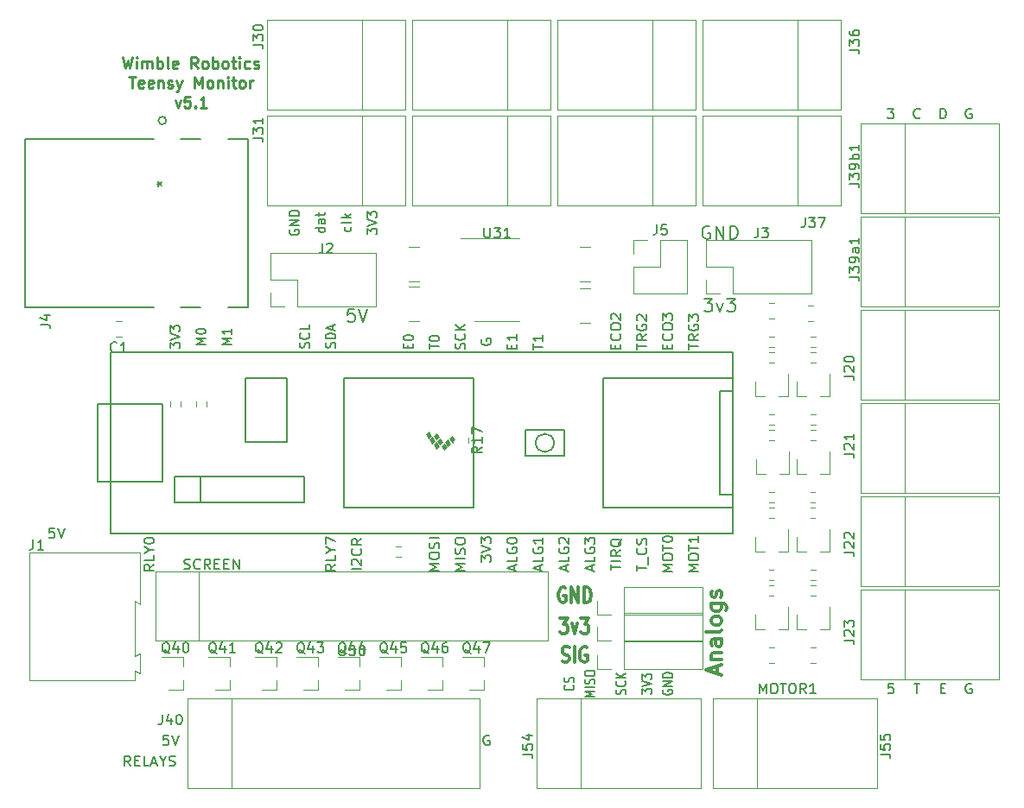
<source format=gbr>
%TF.GenerationSoftware,KiCad,Pcbnew,5.1.9-73d0e3b20d~88~ubuntu20.04.1*%
%TF.CreationDate,2021-02-26T13:03:21-08:00*%
%TF.ProjectId,TeensyMonitorV5,5465656e-7379-44d6-9f6e-69746f725635,rev?*%
%TF.SameCoordinates,Original*%
%TF.FileFunction,Legend,Top*%
%TF.FilePolarity,Positive*%
%FSLAX46Y46*%
G04 Gerber Fmt 4.6, Leading zero omitted, Abs format (unit mm)*
G04 Created by KiCad (PCBNEW 5.1.9-73d0e3b20d~88~ubuntu20.04.1) date 2021-02-26 13:03:21*
%MOMM*%
%LPD*%
G01*
G04 APERTURE LIST*
%ADD10C,0.150000*%
%ADD11C,0.275000*%
%ADD12C,0.300000*%
%ADD13C,0.120000*%
%ADD14C,0.100000*%
%ADD15C,0.152400*%
G04 APERTURE END LIST*
D10*
X66865523Y-62952380D02*
X66389333Y-62952380D01*
X66341714Y-63428571D01*
X66389333Y-63380952D01*
X66484571Y-63333333D01*
X66722666Y-63333333D01*
X66817904Y-63380952D01*
X66865523Y-63428571D01*
X66913142Y-63523809D01*
X66913142Y-63761904D01*
X66865523Y-63857142D01*
X66817904Y-63904761D01*
X66722666Y-63952380D01*
X66484571Y-63952380D01*
X66389333Y-63904761D01*
X66341714Y-63857142D01*
X67198857Y-62952380D02*
X67532190Y-63952380D01*
X67865523Y-62952380D01*
X79581714Y-66952761D02*
X79724571Y-67000380D01*
X79962666Y-67000380D01*
X80057904Y-66952761D01*
X80105523Y-66905142D01*
X80153142Y-66809904D01*
X80153142Y-66714666D01*
X80105523Y-66619428D01*
X80057904Y-66571809D01*
X79962666Y-66524190D01*
X79772190Y-66476571D01*
X79676952Y-66428952D01*
X79629333Y-66381333D01*
X79581714Y-66286095D01*
X79581714Y-66190857D01*
X79629333Y-66095619D01*
X79676952Y-66048000D01*
X79772190Y-66000380D01*
X80010285Y-66000380D01*
X80153142Y-66048000D01*
X81153142Y-66905142D02*
X81105523Y-66952761D01*
X80962666Y-67000380D01*
X80867428Y-67000380D01*
X80724571Y-66952761D01*
X80629333Y-66857523D01*
X80581714Y-66762285D01*
X80534095Y-66571809D01*
X80534095Y-66428952D01*
X80581714Y-66238476D01*
X80629333Y-66143238D01*
X80724571Y-66048000D01*
X80867428Y-66000380D01*
X80962666Y-66000380D01*
X81105523Y-66048000D01*
X81153142Y-66095619D01*
X82153142Y-67000380D02*
X81819809Y-66524190D01*
X81581714Y-67000380D02*
X81581714Y-66000380D01*
X81962666Y-66000380D01*
X82057904Y-66048000D01*
X82105523Y-66095619D01*
X82153142Y-66190857D01*
X82153142Y-66333714D01*
X82105523Y-66428952D01*
X82057904Y-66476571D01*
X81962666Y-66524190D01*
X81581714Y-66524190D01*
X82581714Y-66476571D02*
X82915047Y-66476571D01*
X83057904Y-67000380D02*
X82581714Y-67000380D01*
X82581714Y-66000380D01*
X83057904Y-66000380D01*
X83486476Y-66476571D02*
X83819809Y-66476571D01*
X83962666Y-67000380D02*
X83486476Y-67000380D01*
X83486476Y-66000380D01*
X83962666Y-66000380D01*
X84391238Y-67000380D02*
X84391238Y-66000380D01*
X84962666Y-67000380D01*
X84962666Y-66000380D01*
X74319047Y-86304380D02*
X73985714Y-85828190D01*
X73747619Y-86304380D02*
X73747619Y-85304380D01*
X74128571Y-85304380D01*
X74223809Y-85352000D01*
X74271428Y-85399619D01*
X74319047Y-85494857D01*
X74319047Y-85637714D01*
X74271428Y-85732952D01*
X74223809Y-85780571D01*
X74128571Y-85828190D01*
X73747619Y-85828190D01*
X74747619Y-85780571D02*
X75080952Y-85780571D01*
X75223809Y-86304380D02*
X74747619Y-86304380D01*
X74747619Y-85304380D01*
X75223809Y-85304380D01*
X76128571Y-86304380D02*
X75652380Y-86304380D01*
X75652380Y-85304380D01*
X76414285Y-86018666D02*
X76890476Y-86018666D01*
X76319047Y-86304380D02*
X76652380Y-85304380D01*
X76985714Y-86304380D01*
X77509523Y-85828190D02*
X77509523Y-86304380D01*
X77176190Y-85304380D02*
X77509523Y-85828190D01*
X77842857Y-85304380D01*
X78128571Y-86256761D02*
X78271428Y-86304380D01*
X78509523Y-86304380D01*
X78604761Y-86256761D01*
X78652380Y-86209142D01*
X78700000Y-86113904D01*
X78700000Y-86018666D01*
X78652380Y-85923428D01*
X78604761Y-85875809D01*
X78509523Y-85828190D01*
X78319047Y-85780571D01*
X78223809Y-85732952D01*
X78176190Y-85685333D01*
X78128571Y-85590095D01*
X78128571Y-85494857D01*
X78176190Y-85399619D01*
X78223809Y-85352000D01*
X78319047Y-85304380D01*
X78557142Y-85304380D01*
X78700000Y-85352000D01*
X135945904Y-79192380D02*
X135945904Y-78192380D01*
X136279238Y-78906666D01*
X136612571Y-78192380D01*
X136612571Y-79192380D01*
X137279238Y-78192380D02*
X137469714Y-78192380D01*
X137564952Y-78240000D01*
X137660190Y-78335238D01*
X137707809Y-78525714D01*
X137707809Y-78859047D01*
X137660190Y-79049523D01*
X137564952Y-79144761D01*
X137469714Y-79192380D01*
X137279238Y-79192380D01*
X137184000Y-79144761D01*
X137088761Y-79049523D01*
X137041142Y-78859047D01*
X137041142Y-78525714D01*
X137088761Y-78335238D01*
X137184000Y-78240000D01*
X137279238Y-78192380D01*
X137993523Y-78192380D02*
X138564952Y-78192380D01*
X138279238Y-79192380D02*
X138279238Y-78192380D01*
X139088761Y-78192380D02*
X139279238Y-78192380D01*
X139374476Y-78240000D01*
X139469714Y-78335238D01*
X139517333Y-78525714D01*
X139517333Y-78859047D01*
X139469714Y-79049523D01*
X139374476Y-79144761D01*
X139279238Y-79192380D01*
X139088761Y-79192380D01*
X138993523Y-79144761D01*
X138898285Y-79049523D01*
X138850666Y-78859047D01*
X138850666Y-78525714D01*
X138898285Y-78335238D01*
X138993523Y-78240000D01*
X139088761Y-78192380D01*
X140517333Y-79192380D02*
X140184000Y-78716190D01*
X139945904Y-79192380D02*
X139945904Y-78192380D01*
X140326857Y-78192380D01*
X140422095Y-78240000D01*
X140469714Y-78287619D01*
X140517333Y-78382857D01*
X140517333Y-78525714D01*
X140469714Y-78620952D01*
X140422095Y-78668571D01*
X140326857Y-78716190D01*
X139945904Y-78716190D01*
X141469714Y-79192380D02*
X140898285Y-79192380D01*
X141184000Y-79192380D02*
X141184000Y-78192380D01*
X141088761Y-78335238D01*
X140993523Y-78430476D01*
X140898285Y-78478095D01*
X119832380Y-79489142D02*
X118832380Y-79489142D01*
X119546666Y-79222476D01*
X118832380Y-78955809D01*
X119832380Y-78955809D01*
X119832380Y-78574857D02*
X118832380Y-78574857D01*
X119784761Y-78232000D02*
X119832380Y-78117714D01*
X119832380Y-77927238D01*
X119784761Y-77851047D01*
X119737142Y-77812952D01*
X119641904Y-77774857D01*
X119546666Y-77774857D01*
X119451428Y-77812952D01*
X119403809Y-77851047D01*
X119356190Y-77927238D01*
X119308571Y-78079619D01*
X119260952Y-78155809D01*
X119213333Y-78193904D01*
X119118095Y-78232000D01*
X119022857Y-78232000D01*
X118927619Y-78193904D01*
X118880000Y-78155809D01*
X118832380Y-78079619D01*
X118832380Y-77889142D01*
X118880000Y-77774857D01*
X118832380Y-77279619D02*
X118832380Y-77127238D01*
X118880000Y-77051047D01*
X118975238Y-76974857D01*
X119165714Y-76936761D01*
X119499047Y-76936761D01*
X119689523Y-76974857D01*
X119784761Y-77051047D01*
X119832380Y-77127238D01*
X119832380Y-77279619D01*
X119784761Y-77355809D01*
X119689523Y-77432000D01*
X119499047Y-77470095D01*
X119165714Y-77470095D01*
X118975238Y-77432000D01*
X118880000Y-77355809D01*
X118832380Y-77279619D01*
X122832761Y-79260571D02*
X122880380Y-79146285D01*
X122880380Y-78955809D01*
X122832761Y-78879619D01*
X122785142Y-78841523D01*
X122689904Y-78803428D01*
X122594666Y-78803428D01*
X122499428Y-78841523D01*
X122451809Y-78879619D01*
X122404190Y-78955809D01*
X122356571Y-79108190D01*
X122308952Y-79184380D01*
X122261333Y-79222476D01*
X122166095Y-79260571D01*
X122070857Y-79260571D01*
X121975619Y-79222476D01*
X121928000Y-79184380D01*
X121880380Y-79108190D01*
X121880380Y-78917714D01*
X121928000Y-78803428D01*
X122785142Y-78003428D02*
X122832761Y-78041523D01*
X122880380Y-78155809D01*
X122880380Y-78232000D01*
X122832761Y-78346285D01*
X122737523Y-78422476D01*
X122642285Y-78460571D01*
X122451809Y-78498666D01*
X122308952Y-78498666D01*
X122118476Y-78460571D01*
X122023238Y-78422476D01*
X121928000Y-78346285D01*
X121880380Y-78232000D01*
X121880380Y-78155809D01*
X121928000Y-78041523D01*
X121975619Y-78003428D01*
X122880380Y-77660571D02*
X121880380Y-77660571D01*
X122880380Y-77203428D02*
X122308952Y-77546285D01*
X121880380Y-77203428D02*
X122451809Y-77660571D01*
X117705142Y-78365333D02*
X117752761Y-78403428D01*
X117800380Y-78517714D01*
X117800380Y-78593904D01*
X117752761Y-78708190D01*
X117657523Y-78784380D01*
X117562285Y-78822476D01*
X117371809Y-78860571D01*
X117228952Y-78860571D01*
X117038476Y-78822476D01*
X116943238Y-78784380D01*
X116848000Y-78708190D01*
X116800380Y-78593904D01*
X116800380Y-78517714D01*
X116848000Y-78403428D01*
X116895619Y-78365333D01*
X117752761Y-78060571D02*
X117800380Y-77946285D01*
X117800380Y-77755809D01*
X117752761Y-77679619D01*
X117705142Y-77641523D01*
X117609904Y-77603428D01*
X117514666Y-77603428D01*
X117419428Y-77641523D01*
X117371809Y-77679619D01*
X117324190Y-77755809D01*
X117276571Y-77908190D01*
X117228952Y-77984380D01*
X117181333Y-78022476D01*
X117086095Y-78060571D01*
X116990857Y-78060571D01*
X116895619Y-78022476D01*
X116848000Y-77984380D01*
X116800380Y-77908190D01*
X116800380Y-77717714D01*
X116848000Y-77603428D01*
X124420380Y-79222476D02*
X124420380Y-78727238D01*
X124801333Y-78993904D01*
X124801333Y-78879619D01*
X124848952Y-78803428D01*
X124896571Y-78765333D01*
X124991809Y-78727238D01*
X125229904Y-78727238D01*
X125325142Y-78765333D01*
X125372761Y-78803428D01*
X125420380Y-78879619D01*
X125420380Y-79108190D01*
X125372761Y-79184380D01*
X125325142Y-79222476D01*
X124420380Y-78498666D02*
X125420380Y-78232000D01*
X124420380Y-77965333D01*
X124420380Y-77774857D02*
X124420380Y-77279619D01*
X124801333Y-77546285D01*
X124801333Y-77432000D01*
X124848952Y-77355809D01*
X124896571Y-77317714D01*
X124991809Y-77279619D01*
X125229904Y-77279619D01*
X125325142Y-77317714D01*
X125372761Y-77355809D01*
X125420380Y-77432000D01*
X125420380Y-77660571D01*
X125372761Y-77736761D01*
X125325142Y-77774857D01*
X126500000Y-78841523D02*
X126452380Y-78917714D01*
X126452380Y-79032000D01*
X126500000Y-79146285D01*
X126595238Y-79222476D01*
X126690476Y-79260571D01*
X126880952Y-79298666D01*
X127023809Y-79298666D01*
X127214285Y-79260571D01*
X127309523Y-79222476D01*
X127404761Y-79146285D01*
X127452380Y-79032000D01*
X127452380Y-78955809D01*
X127404761Y-78841523D01*
X127357142Y-78803428D01*
X127023809Y-78803428D01*
X127023809Y-78955809D01*
X127452380Y-78460571D02*
X126452380Y-78460571D01*
X127452380Y-78003428D01*
X126452380Y-78003428D01*
X127452380Y-77622476D02*
X126452380Y-77622476D01*
X126452380Y-77432000D01*
X126500000Y-77317714D01*
X126595238Y-77241523D01*
X126690476Y-77203428D01*
X126880952Y-77165333D01*
X127023809Y-77165333D01*
X127214285Y-77203428D01*
X127309523Y-77241523D01*
X127404761Y-77317714D01*
X127452380Y-77432000D01*
X127452380Y-77622476D01*
X156725904Y-78240000D02*
X156630666Y-78192380D01*
X156487809Y-78192380D01*
X156344952Y-78240000D01*
X156249714Y-78335238D01*
X156202095Y-78430476D01*
X156154476Y-78620952D01*
X156154476Y-78763809D01*
X156202095Y-78954285D01*
X156249714Y-79049523D01*
X156344952Y-79144761D01*
X156487809Y-79192380D01*
X156583047Y-79192380D01*
X156725904Y-79144761D01*
X156773523Y-79097142D01*
X156773523Y-78763809D01*
X156583047Y-78763809D01*
X153709714Y-78668571D02*
X154043047Y-78668571D01*
X154185904Y-79192380D02*
X153709714Y-79192380D01*
X153709714Y-78192380D01*
X154185904Y-78192380D01*
X151098285Y-78192380D02*
X151669714Y-78192380D01*
X151384000Y-79192380D02*
X151384000Y-78192380D01*
X149082095Y-78192380D02*
X148605904Y-78192380D01*
X148558285Y-78668571D01*
X148605904Y-78620952D01*
X148701142Y-78573333D01*
X148939238Y-78573333D01*
X149034476Y-78620952D01*
X149082095Y-78668571D01*
X149129714Y-78763809D01*
X149129714Y-79001904D01*
X149082095Y-79097142D01*
X149034476Y-79144761D01*
X148939238Y-79192380D01*
X148701142Y-79192380D01*
X148605904Y-79144761D01*
X148558285Y-79097142D01*
X148510666Y-21804380D02*
X149129714Y-21804380D01*
X148796380Y-22185333D01*
X148939238Y-22185333D01*
X149034476Y-22232952D01*
X149082095Y-22280571D01*
X149129714Y-22375809D01*
X149129714Y-22613904D01*
X149082095Y-22709142D01*
X149034476Y-22756761D01*
X148939238Y-22804380D01*
X148653523Y-22804380D01*
X148558285Y-22756761D01*
X148510666Y-22709142D01*
X151693523Y-22709142D02*
X151645904Y-22756761D01*
X151503047Y-22804380D01*
X151407809Y-22804380D01*
X151264952Y-22756761D01*
X151169714Y-22661523D01*
X151122095Y-22566285D01*
X151074476Y-22375809D01*
X151074476Y-22232952D01*
X151122095Y-22042476D01*
X151169714Y-21947238D01*
X151264952Y-21852000D01*
X151407809Y-21804380D01*
X151503047Y-21804380D01*
X151645904Y-21852000D01*
X151693523Y-21899619D01*
X153662095Y-22804380D02*
X153662095Y-21804380D01*
X153900190Y-21804380D01*
X154043047Y-21852000D01*
X154138285Y-21947238D01*
X154185904Y-22042476D01*
X154233523Y-22232952D01*
X154233523Y-22375809D01*
X154185904Y-22566285D01*
X154138285Y-22661523D01*
X154043047Y-22756761D01*
X153900190Y-22804380D01*
X153662095Y-22804380D01*
X156725904Y-21852000D02*
X156630666Y-21804380D01*
X156487809Y-21804380D01*
X156344952Y-21852000D01*
X156249714Y-21947238D01*
X156202095Y-22042476D01*
X156154476Y-22232952D01*
X156154476Y-22375809D01*
X156202095Y-22566285D01*
X156249714Y-22661523D01*
X156344952Y-22756761D01*
X156487809Y-22804380D01*
X156583047Y-22804380D01*
X156725904Y-22756761D01*
X156773523Y-22709142D01*
X156773523Y-22375809D01*
X156583047Y-22375809D01*
X89924000Y-33705714D02*
X89876380Y-33791428D01*
X89876380Y-33920000D01*
X89924000Y-34048571D01*
X90019238Y-34134285D01*
X90114476Y-34177142D01*
X90304952Y-34220000D01*
X90447809Y-34220000D01*
X90638285Y-34177142D01*
X90733523Y-34134285D01*
X90828761Y-34048571D01*
X90876380Y-33920000D01*
X90876380Y-33834285D01*
X90828761Y-33705714D01*
X90781142Y-33662857D01*
X90447809Y-33662857D01*
X90447809Y-33834285D01*
X90876380Y-33277142D02*
X89876380Y-33277142D01*
X90876380Y-32762857D01*
X89876380Y-32762857D01*
X90876380Y-32334285D02*
X89876380Y-32334285D01*
X89876380Y-32120000D01*
X89924000Y-31991428D01*
X90019238Y-31905714D01*
X90114476Y-31862857D01*
X90304952Y-31820000D01*
X90447809Y-31820000D01*
X90638285Y-31862857D01*
X90733523Y-31905714D01*
X90828761Y-31991428D01*
X90876380Y-32120000D01*
X90876380Y-32334285D01*
X93416380Y-33491428D02*
X92416380Y-33491428D01*
X93368761Y-33491428D02*
X93416380Y-33577142D01*
X93416380Y-33748571D01*
X93368761Y-33834285D01*
X93321142Y-33877142D01*
X93225904Y-33920000D01*
X92940190Y-33920000D01*
X92844952Y-33877142D01*
X92797333Y-33834285D01*
X92749714Y-33748571D01*
X92749714Y-33577142D01*
X92797333Y-33491428D01*
X93416380Y-32677142D02*
X92892571Y-32677142D01*
X92797333Y-32720000D01*
X92749714Y-32805714D01*
X92749714Y-32977142D01*
X92797333Y-33062857D01*
X93368761Y-32677142D02*
X93416380Y-32762857D01*
X93416380Y-32977142D01*
X93368761Y-33062857D01*
X93273523Y-33105714D01*
X93178285Y-33105714D01*
X93083047Y-33062857D01*
X93035428Y-32977142D01*
X93035428Y-32762857D01*
X92987809Y-32677142D01*
X92749714Y-32377142D02*
X92749714Y-32034285D01*
X92416380Y-32248571D02*
X93273523Y-32248571D01*
X93368761Y-32205714D01*
X93416380Y-32120000D01*
X93416380Y-32034285D01*
X95908761Y-33405714D02*
X95956380Y-33491428D01*
X95956380Y-33662857D01*
X95908761Y-33748571D01*
X95861142Y-33791428D01*
X95765904Y-33834285D01*
X95480190Y-33834285D01*
X95384952Y-33791428D01*
X95337333Y-33748571D01*
X95289714Y-33662857D01*
X95289714Y-33491428D01*
X95337333Y-33405714D01*
X95956380Y-32891428D02*
X95908761Y-32977142D01*
X95813523Y-33020000D01*
X94956380Y-33020000D01*
X95956380Y-32548571D02*
X94956380Y-32548571D01*
X95575428Y-32462857D02*
X95956380Y-32205714D01*
X95289714Y-32205714D02*
X95670666Y-32548571D01*
X97496380Y-34134285D02*
X97496380Y-33577142D01*
X97877333Y-33877142D01*
X97877333Y-33748571D01*
X97924952Y-33662857D01*
X97972571Y-33620000D01*
X98067809Y-33577142D01*
X98305904Y-33577142D01*
X98401142Y-33620000D01*
X98448761Y-33662857D01*
X98496380Y-33748571D01*
X98496380Y-34005714D01*
X98448761Y-34091428D01*
X98401142Y-34134285D01*
X97496380Y-33320000D02*
X98496380Y-33020000D01*
X97496380Y-32720000D01*
X97496380Y-32505714D02*
X97496380Y-31948571D01*
X97877333Y-32248571D01*
X97877333Y-32120000D01*
X97924952Y-32034285D01*
X97972571Y-31991428D01*
X98067809Y-31948571D01*
X98305904Y-31948571D01*
X98401142Y-31991428D01*
X98448761Y-32034285D01*
X98496380Y-32120000D01*
X98496380Y-32377142D01*
X98448761Y-32462857D01*
X98401142Y-32505714D01*
X109481904Y-83320000D02*
X109386666Y-83272380D01*
X109243809Y-83272380D01*
X109100952Y-83320000D01*
X109005714Y-83415238D01*
X108958095Y-83510476D01*
X108910476Y-83700952D01*
X108910476Y-83843809D01*
X108958095Y-84034285D01*
X109005714Y-84129523D01*
X109100952Y-84224761D01*
X109243809Y-84272380D01*
X109339047Y-84272380D01*
X109481904Y-84224761D01*
X109529523Y-84177142D01*
X109529523Y-83843809D01*
X109339047Y-83843809D01*
X78041523Y-83272380D02*
X77565333Y-83272380D01*
X77517714Y-83748571D01*
X77565333Y-83700952D01*
X77660571Y-83653333D01*
X77898666Y-83653333D01*
X77993904Y-83700952D01*
X78041523Y-83748571D01*
X78089142Y-83843809D01*
X78089142Y-84081904D01*
X78041523Y-84177142D01*
X77993904Y-84224761D01*
X77898666Y-84272380D01*
X77660571Y-84272380D01*
X77565333Y-84224761D01*
X77517714Y-84177142D01*
X78374857Y-83272380D02*
X78708190Y-84272380D01*
X79041523Y-83272380D01*
X78192380Y-45310285D02*
X78192380Y-44753142D01*
X78573333Y-45053142D01*
X78573333Y-44924571D01*
X78620952Y-44838857D01*
X78668571Y-44796000D01*
X78763809Y-44753142D01*
X79001904Y-44753142D01*
X79097142Y-44796000D01*
X79144761Y-44838857D01*
X79192380Y-44924571D01*
X79192380Y-45181714D01*
X79144761Y-45267428D01*
X79097142Y-45310285D01*
X78192380Y-44496000D02*
X79192380Y-44196000D01*
X78192380Y-43896000D01*
X78192380Y-43681714D02*
X78192380Y-43124571D01*
X78573333Y-43424571D01*
X78573333Y-43296000D01*
X78620952Y-43210285D01*
X78668571Y-43167428D01*
X78763809Y-43124571D01*
X79001904Y-43124571D01*
X79097142Y-43167428D01*
X79144761Y-43210285D01*
X79192380Y-43296000D01*
X79192380Y-43553142D01*
X79144761Y-43638857D01*
X79097142Y-43681714D01*
X81732380Y-44924571D02*
X80732380Y-44924571D01*
X81446666Y-44624571D01*
X80732380Y-44324571D01*
X81732380Y-44324571D01*
X80732380Y-43724571D02*
X80732380Y-43638857D01*
X80780000Y-43553142D01*
X80827619Y-43510285D01*
X80922857Y-43467428D01*
X81113333Y-43424571D01*
X81351428Y-43424571D01*
X81541904Y-43467428D01*
X81637142Y-43510285D01*
X81684761Y-43553142D01*
X81732380Y-43638857D01*
X81732380Y-43724571D01*
X81684761Y-43810285D01*
X81637142Y-43853142D01*
X81541904Y-43896000D01*
X81351428Y-43938857D01*
X81113333Y-43938857D01*
X80922857Y-43896000D01*
X80827619Y-43853142D01*
X80780000Y-43810285D01*
X80732380Y-43724571D01*
X84272380Y-44924571D02*
X83272380Y-44924571D01*
X83986666Y-44624571D01*
X83272380Y-44324571D01*
X84272380Y-44324571D01*
X84272380Y-43424571D02*
X84272380Y-43938857D01*
X84272380Y-43681714D02*
X83272380Y-43681714D01*
X83415238Y-43767428D01*
X83510476Y-43853142D01*
X83558095Y-43938857D01*
X91844761Y-45267428D02*
X91892380Y-45138857D01*
X91892380Y-44924571D01*
X91844761Y-44838857D01*
X91797142Y-44796000D01*
X91701904Y-44753142D01*
X91606666Y-44753142D01*
X91511428Y-44796000D01*
X91463809Y-44838857D01*
X91416190Y-44924571D01*
X91368571Y-45096000D01*
X91320952Y-45181714D01*
X91273333Y-45224571D01*
X91178095Y-45267428D01*
X91082857Y-45267428D01*
X90987619Y-45224571D01*
X90940000Y-45181714D01*
X90892380Y-45096000D01*
X90892380Y-44881714D01*
X90940000Y-44753142D01*
X91797142Y-43853142D02*
X91844761Y-43896000D01*
X91892380Y-44024571D01*
X91892380Y-44110285D01*
X91844761Y-44238857D01*
X91749523Y-44324571D01*
X91654285Y-44367428D01*
X91463809Y-44410285D01*
X91320952Y-44410285D01*
X91130476Y-44367428D01*
X91035238Y-44324571D01*
X90940000Y-44238857D01*
X90892380Y-44110285D01*
X90892380Y-44024571D01*
X90940000Y-43896000D01*
X90987619Y-43853142D01*
X91892380Y-43038857D02*
X91892380Y-43467428D01*
X90892380Y-43467428D01*
X94384761Y-45288857D02*
X94432380Y-45160285D01*
X94432380Y-44946000D01*
X94384761Y-44860285D01*
X94337142Y-44817428D01*
X94241904Y-44774571D01*
X94146666Y-44774571D01*
X94051428Y-44817428D01*
X94003809Y-44860285D01*
X93956190Y-44946000D01*
X93908571Y-45117428D01*
X93860952Y-45203142D01*
X93813333Y-45246000D01*
X93718095Y-45288857D01*
X93622857Y-45288857D01*
X93527619Y-45246000D01*
X93480000Y-45203142D01*
X93432380Y-45117428D01*
X93432380Y-44903142D01*
X93480000Y-44774571D01*
X94432380Y-44388857D02*
X93432380Y-44388857D01*
X93432380Y-44174571D01*
X93480000Y-44046000D01*
X93575238Y-43960285D01*
X93670476Y-43917428D01*
X93860952Y-43874571D01*
X94003809Y-43874571D01*
X94194285Y-43917428D01*
X94289523Y-43960285D01*
X94384761Y-44046000D01*
X94432380Y-44174571D01*
X94432380Y-44388857D01*
X94146666Y-43531714D02*
X94146666Y-43103142D01*
X94432380Y-43617428D02*
X93432380Y-43317428D01*
X94432380Y-43017428D01*
X101528571Y-45325428D02*
X101528571Y-45025428D01*
X102052380Y-44896857D02*
X102052380Y-45325428D01*
X101052380Y-45325428D01*
X101052380Y-44896857D01*
X101052380Y-44339714D02*
X101052380Y-44254000D01*
X101100000Y-44168285D01*
X101147619Y-44125428D01*
X101242857Y-44082571D01*
X101433333Y-44039714D01*
X101671428Y-44039714D01*
X101861904Y-44082571D01*
X101957142Y-44125428D01*
X102004761Y-44168285D01*
X102052380Y-44254000D01*
X102052380Y-44339714D01*
X102004761Y-44425428D01*
X101957142Y-44468285D01*
X101861904Y-44511142D01*
X101671428Y-44554000D01*
X101433333Y-44554000D01*
X101242857Y-44511142D01*
X101147619Y-44468285D01*
X101100000Y-44425428D01*
X101052380Y-44339714D01*
X103592380Y-45389714D02*
X103592380Y-44875428D01*
X104592380Y-45132571D02*
X103592380Y-45132571D01*
X103592380Y-44404000D02*
X103592380Y-44318285D01*
X103640000Y-44232571D01*
X103687619Y-44189714D01*
X103782857Y-44146857D01*
X103973333Y-44104000D01*
X104211428Y-44104000D01*
X104401904Y-44146857D01*
X104497142Y-44189714D01*
X104544761Y-44232571D01*
X104592380Y-44318285D01*
X104592380Y-44404000D01*
X104544761Y-44489714D01*
X104497142Y-44532571D01*
X104401904Y-44575428D01*
X104211428Y-44618285D01*
X103973333Y-44618285D01*
X103782857Y-44575428D01*
X103687619Y-44532571D01*
X103640000Y-44489714D01*
X103592380Y-44404000D01*
X107084761Y-45353142D02*
X107132380Y-45224571D01*
X107132380Y-45010285D01*
X107084761Y-44924571D01*
X107037142Y-44881714D01*
X106941904Y-44838857D01*
X106846666Y-44838857D01*
X106751428Y-44881714D01*
X106703809Y-44924571D01*
X106656190Y-45010285D01*
X106608571Y-45181714D01*
X106560952Y-45267428D01*
X106513333Y-45310285D01*
X106418095Y-45353142D01*
X106322857Y-45353142D01*
X106227619Y-45310285D01*
X106180000Y-45267428D01*
X106132380Y-45181714D01*
X106132380Y-44967428D01*
X106180000Y-44838857D01*
X107037142Y-43938857D02*
X107084761Y-43981714D01*
X107132380Y-44110285D01*
X107132380Y-44196000D01*
X107084761Y-44324571D01*
X106989523Y-44410285D01*
X106894285Y-44453142D01*
X106703809Y-44496000D01*
X106560952Y-44496000D01*
X106370476Y-44453142D01*
X106275238Y-44410285D01*
X106180000Y-44324571D01*
X106132380Y-44196000D01*
X106132380Y-44110285D01*
X106180000Y-43981714D01*
X106227619Y-43938857D01*
X107132380Y-43553142D02*
X106132380Y-43553142D01*
X107132380Y-43038857D02*
X106560952Y-43424571D01*
X106132380Y-43038857D02*
X106703809Y-43553142D01*
X108720000Y-44442095D02*
X108672380Y-44537333D01*
X108672380Y-44680190D01*
X108720000Y-44823047D01*
X108815238Y-44918285D01*
X108910476Y-44965904D01*
X109100952Y-45013523D01*
X109243809Y-45013523D01*
X109434285Y-44965904D01*
X109529523Y-44918285D01*
X109624761Y-44823047D01*
X109672380Y-44680190D01*
X109672380Y-44584952D01*
X109624761Y-44442095D01*
X109577142Y-44394476D01*
X109243809Y-44394476D01*
X109243809Y-44584952D01*
X111688571Y-45394476D02*
X111688571Y-45061142D01*
X112212380Y-44918285D02*
X112212380Y-45394476D01*
X111212380Y-45394476D01*
X111212380Y-44918285D01*
X112212380Y-43965904D02*
X112212380Y-44537333D01*
X112212380Y-44251619D02*
X111212380Y-44251619D01*
X111355238Y-44346857D01*
X111450476Y-44442095D01*
X111498095Y-44537333D01*
X113752380Y-45465904D02*
X113752380Y-44894476D01*
X114752380Y-45180190D02*
X113752380Y-45180190D01*
X114752380Y-44037333D02*
X114752380Y-44608761D01*
X114752380Y-44323047D02*
X113752380Y-44323047D01*
X113895238Y-44418285D01*
X113990476Y-44513523D01*
X114038095Y-44608761D01*
X121848571Y-45402285D02*
X121848571Y-45068952D01*
X122372380Y-44926095D02*
X122372380Y-45402285D01*
X121372380Y-45402285D01*
X121372380Y-44926095D01*
X122277142Y-43926095D02*
X122324761Y-43973714D01*
X122372380Y-44116571D01*
X122372380Y-44211809D01*
X122324761Y-44354666D01*
X122229523Y-44449904D01*
X122134285Y-44497523D01*
X121943809Y-44545142D01*
X121800952Y-44545142D01*
X121610476Y-44497523D01*
X121515238Y-44449904D01*
X121420000Y-44354666D01*
X121372380Y-44211809D01*
X121372380Y-44116571D01*
X121420000Y-43973714D01*
X121467619Y-43926095D01*
X121372380Y-43307047D02*
X121372380Y-43116571D01*
X121420000Y-43021333D01*
X121515238Y-42926095D01*
X121705714Y-42878476D01*
X122039047Y-42878476D01*
X122229523Y-42926095D01*
X122324761Y-43021333D01*
X122372380Y-43116571D01*
X122372380Y-43307047D01*
X122324761Y-43402285D01*
X122229523Y-43497523D01*
X122039047Y-43545142D01*
X121705714Y-43545142D01*
X121515238Y-43497523D01*
X121420000Y-43402285D01*
X121372380Y-43307047D01*
X121467619Y-42497523D02*
X121420000Y-42449904D01*
X121372380Y-42354666D01*
X121372380Y-42116571D01*
X121420000Y-42021333D01*
X121467619Y-41973714D01*
X121562857Y-41926095D01*
X121658095Y-41926095D01*
X121800952Y-41973714D01*
X122372380Y-42545142D01*
X122372380Y-41926095D01*
X123912380Y-45449904D02*
X123912380Y-44878476D01*
X124912380Y-45164190D02*
X123912380Y-45164190D01*
X124912380Y-43973714D02*
X124436190Y-44307047D01*
X124912380Y-44545142D02*
X123912380Y-44545142D01*
X123912380Y-44164190D01*
X123960000Y-44068952D01*
X124007619Y-44021333D01*
X124102857Y-43973714D01*
X124245714Y-43973714D01*
X124340952Y-44021333D01*
X124388571Y-44068952D01*
X124436190Y-44164190D01*
X124436190Y-44545142D01*
X123960000Y-43021333D02*
X123912380Y-43116571D01*
X123912380Y-43259428D01*
X123960000Y-43402285D01*
X124055238Y-43497523D01*
X124150476Y-43545142D01*
X124340952Y-43592761D01*
X124483809Y-43592761D01*
X124674285Y-43545142D01*
X124769523Y-43497523D01*
X124864761Y-43402285D01*
X124912380Y-43259428D01*
X124912380Y-43164190D01*
X124864761Y-43021333D01*
X124817142Y-42973714D01*
X124483809Y-42973714D01*
X124483809Y-43164190D01*
X124007619Y-42592761D02*
X123960000Y-42545142D01*
X123912380Y-42449904D01*
X123912380Y-42211809D01*
X123960000Y-42116571D01*
X124007619Y-42068952D01*
X124102857Y-42021333D01*
X124198095Y-42021333D01*
X124340952Y-42068952D01*
X124912380Y-42640380D01*
X124912380Y-42021333D01*
X126928571Y-45402285D02*
X126928571Y-45068952D01*
X127452380Y-44926095D02*
X127452380Y-45402285D01*
X126452380Y-45402285D01*
X126452380Y-44926095D01*
X127357142Y-43926095D02*
X127404761Y-43973714D01*
X127452380Y-44116571D01*
X127452380Y-44211809D01*
X127404761Y-44354666D01*
X127309523Y-44449904D01*
X127214285Y-44497523D01*
X127023809Y-44545142D01*
X126880952Y-44545142D01*
X126690476Y-44497523D01*
X126595238Y-44449904D01*
X126500000Y-44354666D01*
X126452380Y-44211809D01*
X126452380Y-44116571D01*
X126500000Y-43973714D01*
X126547619Y-43926095D01*
X126452380Y-43307047D02*
X126452380Y-43116571D01*
X126500000Y-43021333D01*
X126595238Y-42926095D01*
X126785714Y-42878476D01*
X127119047Y-42878476D01*
X127309523Y-42926095D01*
X127404761Y-43021333D01*
X127452380Y-43116571D01*
X127452380Y-43307047D01*
X127404761Y-43402285D01*
X127309523Y-43497523D01*
X127119047Y-43545142D01*
X126785714Y-43545142D01*
X126595238Y-43497523D01*
X126500000Y-43402285D01*
X126452380Y-43307047D01*
X126452380Y-42545142D02*
X126452380Y-41926095D01*
X126833333Y-42259428D01*
X126833333Y-42116571D01*
X126880952Y-42021333D01*
X126928571Y-41973714D01*
X127023809Y-41926095D01*
X127261904Y-41926095D01*
X127357142Y-41973714D01*
X127404761Y-42021333D01*
X127452380Y-42116571D01*
X127452380Y-42402285D01*
X127404761Y-42497523D01*
X127357142Y-42545142D01*
X128992380Y-45449904D02*
X128992380Y-44878476D01*
X129992380Y-45164190D02*
X128992380Y-45164190D01*
X129992380Y-43973714D02*
X129516190Y-44307047D01*
X129992380Y-44545142D02*
X128992380Y-44545142D01*
X128992380Y-44164190D01*
X129040000Y-44068952D01*
X129087619Y-44021333D01*
X129182857Y-43973714D01*
X129325714Y-43973714D01*
X129420952Y-44021333D01*
X129468571Y-44068952D01*
X129516190Y-44164190D01*
X129516190Y-44545142D01*
X129040000Y-43021333D02*
X128992380Y-43116571D01*
X128992380Y-43259428D01*
X129040000Y-43402285D01*
X129135238Y-43497523D01*
X129230476Y-43545142D01*
X129420952Y-43592761D01*
X129563809Y-43592761D01*
X129754285Y-43545142D01*
X129849523Y-43497523D01*
X129944761Y-43402285D01*
X129992380Y-43259428D01*
X129992380Y-43164190D01*
X129944761Y-43021333D01*
X129897142Y-42973714D01*
X129563809Y-42973714D01*
X129563809Y-43164190D01*
X128992380Y-42640380D02*
X128992380Y-42021333D01*
X129373333Y-42354666D01*
X129373333Y-42211809D01*
X129420952Y-42116571D01*
X129468571Y-42068952D01*
X129563809Y-42021333D01*
X129801904Y-42021333D01*
X129897142Y-42068952D01*
X129944761Y-42116571D01*
X129992380Y-42211809D01*
X129992380Y-42497523D01*
X129944761Y-42592761D01*
X129897142Y-42640380D01*
X129992380Y-67246285D02*
X128992380Y-67246285D01*
X129706666Y-66912952D01*
X128992380Y-66579619D01*
X129992380Y-66579619D01*
X128992380Y-65912952D02*
X128992380Y-65722476D01*
X129040000Y-65627238D01*
X129135238Y-65532000D01*
X129325714Y-65484380D01*
X129659047Y-65484380D01*
X129849523Y-65532000D01*
X129944761Y-65627238D01*
X129992380Y-65722476D01*
X129992380Y-65912952D01*
X129944761Y-66008190D01*
X129849523Y-66103428D01*
X129659047Y-66151047D01*
X129325714Y-66151047D01*
X129135238Y-66103428D01*
X129040000Y-66008190D01*
X128992380Y-65912952D01*
X128992380Y-65198666D02*
X128992380Y-64627238D01*
X129992380Y-64912952D02*
X128992380Y-64912952D01*
X129992380Y-63770095D02*
X129992380Y-64341523D01*
X129992380Y-64055809D02*
X128992380Y-64055809D01*
X129135238Y-64151047D01*
X129230476Y-64246285D01*
X129278095Y-64341523D01*
X127452380Y-67246285D02*
X126452380Y-67246285D01*
X127166666Y-66912952D01*
X126452380Y-66579619D01*
X127452380Y-66579619D01*
X126452380Y-65912952D02*
X126452380Y-65722476D01*
X126500000Y-65627238D01*
X126595238Y-65532000D01*
X126785714Y-65484380D01*
X127119047Y-65484380D01*
X127309523Y-65532000D01*
X127404761Y-65627238D01*
X127452380Y-65722476D01*
X127452380Y-65912952D01*
X127404761Y-66008190D01*
X127309523Y-66103428D01*
X127119047Y-66151047D01*
X126785714Y-66151047D01*
X126595238Y-66103428D01*
X126500000Y-66008190D01*
X126452380Y-65912952D01*
X126452380Y-65198666D02*
X126452380Y-64627238D01*
X127452380Y-64912952D02*
X126452380Y-64912952D01*
X126452380Y-64103428D02*
X126452380Y-64008190D01*
X126500000Y-63912952D01*
X126547619Y-63865333D01*
X126642857Y-63817714D01*
X126833333Y-63770095D01*
X127071428Y-63770095D01*
X127261904Y-63817714D01*
X127357142Y-63865333D01*
X127404761Y-63912952D01*
X127452380Y-64008190D01*
X127452380Y-64103428D01*
X127404761Y-64198666D01*
X127357142Y-64246285D01*
X127261904Y-64293904D01*
X127071428Y-64341523D01*
X126833333Y-64341523D01*
X126642857Y-64293904D01*
X126547619Y-64246285D01*
X126500000Y-64198666D01*
X126452380Y-64103428D01*
X123912380Y-67174857D02*
X123912380Y-66603428D01*
X124912380Y-66889142D02*
X123912380Y-66889142D01*
X125007619Y-66508190D02*
X125007619Y-65746285D01*
X124817142Y-64936761D02*
X124864761Y-64984380D01*
X124912380Y-65127238D01*
X124912380Y-65222476D01*
X124864761Y-65365333D01*
X124769523Y-65460571D01*
X124674285Y-65508190D01*
X124483809Y-65555809D01*
X124340952Y-65555809D01*
X124150476Y-65508190D01*
X124055238Y-65460571D01*
X123960000Y-65365333D01*
X123912380Y-65222476D01*
X123912380Y-65127238D01*
X123960000Y-64984380D01*
X124007619Y-64936761D01*
X124864761Y-64555809D02*
X124912380Y-64412952D01*
X124912380Y-64174857D01*
X124864761Y-64079619D01*
X124817142Y-64032000D01*
X124721904Y-63984380D01*
X124626666Y-63984380D01*
X124531428Y-64032000D01*
X124483809Y-64079619D01*
X124436190Y-64174857D01*
X124388571Y-64365333D01*
X124340952Y-64460571D01*
X124293333Y-64508190D01*
X124198095Y-64555809D01*
X124102857Y-64555809D01*
X124007619Y-64508190D01*
X123960000Y-64460571D01*
X123912380Y-64365333D01*
X123912380Y-64127238D01*
X123960000Y-63984380D01*
X121372380Y-67079619D02*
X121372380Y-66508190D01*
X122372380Y-66793904D02*
X121372380Y-66793904D01*
X122372380Y-66174857D02*
X121372380Y-66174857D01*
X122372380Y-65127238D02*
X121896190Y-65460571D01*
X122372380Y-65698666D02*
X121372380Y-65698666D01*
X121372380Y-65317714D01*
X121420000Y-65222476D01*
X121467619Y-65174857D01*
X121562857Y-65127238D01*
X121705714Y-65127238D01*
X121800952Y-65174857D01*
X121848571Y-65222476D01*
X121896190Y-65317714D01*
X121896190Y-65698666D01*
X122467619Y-64032000D02*
X122420000Y-64127238D01*
X122324761Y-64222476D01*
X122181904Y-64365333D01*
X122134285Y-64460571D01*
X122134285Y-64555809D01*
X122372380Y-64508190D02*
X122324761Y-64603428D01*
X122229523Y-64698666D01*
X122039047Y-64746285D01*
X121705714Y-64746285D01*
X121515238Y-64698666D01*
X121420000Y-64603428D01*
X121372380Y-64508190D01*
X121372380Y-64317714D01*
X121420000Y-64222476D01*
X121515238Y-64127238D01*
X121705714Y-64079619D01*
X122039047Y-64079619D01*
X122229523Y-64127238D01*
X122324761Y-64222476D01*
X122372380Y-64317714D01*
X122372380Y-64508190D01*
X119546666Y-67151047D02*
X119546666Y-66674857D01*
X119832380Y-67246285D02*
X118832380Y-66912952D01*
X119832380Y-66579619D01*
X119832380Y-65770095D02*
X119832380Y-66246285D01*
X118832380Y-66246285D01*
X118880000Y-64912952D02*
X118832380Y-65008190D01*
X118832380Y-65151047D01*
X118880000Y-65293904D01*
X118975238Y-65389142D01*
X119070476Y-65436761D01*
X119260952Y-65484380D01*
X119403809Y-65484380D01*
X119594285Y-65436761D01*
X119689523Y-65389142D01*
X119784761Y-65293904D01*
X119832380Y-65151047D01*
X119832380Y-65055809D01*
X119784761Y-64912952D01*
X119737142Y-64865333D01*
X119403809Y-64865333D01*
X119403809Y-65055809D01*
X118832380Y-64532000D02*
X118832380Y-63912952D01*
X119213333Y-64246285D01*
X119213333Y-64103428D01*
X119260952Y-64008190D01*
X119308571Y-63960571D01*
X119403809Y-63912952D01*
X119641904Y-63912952D01*
X119737142Y-63960571D01*
X119784761Y-64008190D01*
X119832380Y-64103428D01*
X119832380Y-64389142D01*
X119784761Y-64484380D01*
X119737142Y-64532000D01*
X117006666Y-67151047D02*
X117006666Y-66674857D01*
X117292380Y-67246285D02*
X116292380Y-66912952D01*
X117292380Y-66579619D01*
X117292380Y-65770095D02*
X117292380Y-66246285D01*
X116292380Y-66246285D01*
X116340000Y-64912952D02*
X116292380Y-65008190D01*
X116292380Y-65151047D01*
X116340000Y-65293904D01*
X116435238Y-65389142D01*
X116530476Y-65436761D01*
X116720952Y-65484380D01*
X116863809Y-65484380D01*
X117054285Y-65436761D01*
X117149523Y-65389142D01*
X117244761Y-65293904D01*
X117292380Y-65151047D01*
X117292380Y-65055809D01*
X117244761Y-64912952D01*
X117197142Y-64865333D01*
X116863809Y-64865333D01*
X116863809Y-65055809D01*
X116387619Y-64484380D02*
X116340000Y-64436761D01*
X116292380Y-64341523D01*
X116292380Y-64103428D01*
X116340000Y-64008190D01*
X116387619Y-63960571D01*
X116482857Y-63912952D01*
X116578095Y-63912952D01*
X116720952Y-63960571D01*
X117292380Y-64532000D01*
X117292380Y-63912952D01*
X114466666Y-67151047D02*
X114466666Y-66674857D01*
X114752380Y-67246285D02*
X113752380Y-66912952D01*
X114752380Y-66579619D01*
X114752380Y-65770095D02*
X114752380Y-66246285D01*
X113752380Y-66246285D01*
X113800000Y-64912952D02*
X113752380Y-65008190D01*
X113752380Y-65151047D01*
X113800000Y-65293904D01*
X113895238Y-65389142D01*
X113990476Y-65436761D01*
X114180952Y-65484380D01*
X114323809Y-65484380D01*
X114514285Y-65436761D01*
X114609523Y-65389142D01*
X114704761Y-65293904D01*
X114752380Y-65151047D01*
X114752380Y-65055809D01*
X114704761Y-64912952D01*
X114657142Y-64865333D01*
X114323809Y-64865333D01*
X114323809Y-65055809D01*
X114752380Y-63912952D02*
X114752380Y-64484380D01*
X114752380Y-64198666D02*
X113752380Y-64198666D01*
X113895238Y-64293904D01*
X113990476Y-64389142D01*
X114038095Y-64484380D01*
X111926666Y-67151047D02*
X111926666Y-66674857D01*
X112212380Y-67246285D02*
X111212380Y-66912952D01*
X112212380Y-66579619D01*
X112212380Y-65770095D02*
X112212380Y-66246285D01*
X111212380Y-66246285D01*
X111260000Y-64912952D02*
X111212380Y-65008190D01*
X111212380Y-65151047D01*
X111260000Y-65293904D01*
X111355238Y-65389142D01*
X111450476Y-65436761D01*
X111640952Y-65484380D01*
X111783809Y-65484380D01*
X111974285Y-65436761D01*
X112069523Y-65389142D01*
X112164761Y-65293904D01*
X112212380Y-65151047D01*
X112212380Y-65055809D01*
X112164761Y-64912952D01*
X112117142Y-64865333D01*
X111783809Y-64865333D01*
X111783809Y-65055809D01*
X111212380Y-64246285D02*
X111212380Y-64151047D01*
X111260000Y-64055809D01*
X111307619Y-64008190D01*
X111402857Y-63960571D01*
X111593333Y-63912952D01*
X111831428Y-63912952D01*
X112021904Y-63960571D01*
X112117142Y-64008190D01*
X112164761Y-64055809D01*
X112212380Y-64151047D01*
X112212380Y-64246285D01*
X112164761Y-64341523D01*
X112117142Y-64389142D01*
X112021904Y-64436761D01*
X111831428Y-64484380D01*
X111593333Y-64484380D01*
X111402857Y-64436761D01*
X111307619Y-64389142D01*
X111260000Y-64341523D01*
X111212380Y-64246285D01*
X108672380Y-66262095D02*
X108672380Y-65643047D01*
X109053333Y-65976380D01*
X109053333Y-65833523D01*
X109100952Y-65738285D01*
X109148571Y-65690666D01*
X109243809Y-65643047D01*
X109481904Y-65643047D01*
X109577142Y-65690666D01*
X109624761Y-65738285D01*
X109672380Y-65833523D01*
X109672380Y-66119238D01*
X109624761Y-66214476D01*
X109577142Y-66262095D01*
X108672380Y-65357333D02*
X109672380Y-65024000D01*
X108672380Y-64690666D01*
X108672380Y-64452571D02*
X108672380Y-63833523D01*
X109053333Y-64166857D01*
X109053333Y-64024000D01*
X109100952Y-63928761D01*
X109148571Y-63881142D01*
X109243809Y-63833523D01*
X109481904Y-63833523D01*
X109577142Y-63881142D01*
X109624761Y-63928761D01*
X109672380Y-64024000D01*
X109672380Y-64309714D01*
X109624761Y-64404952D01*
X109577142Y-64452571D01*
X107132380Y-67103428D02*
X106132380Y-67103428D01*
X106846666Y-66770095D01*
X106132380Y-66436761D01*
X107132380Y-66436761D01*
X107132380Y-65960571D02*
X106132380Y-65960571D01*
X107084761Y-65532000D02*
X107132380Y-65389142D01*
X107132380Y-65151047D01*
X107084761Y-65055809D01*
X107037142Y-65008190D01*
X106941904Y-64960571D01*
X106846666Y-64960571D01*
X106751428Y-65008190D01*
X106703809Y-65055809D01*
X106656190Y-65151047D01*
X106608571Y-65341523D01*
X106560952Y-65436761D01*
X106513333Y-65484380D01*
X106418095Y-65532000D01*
X106322857Y-65532000D01*
X106227619Y-65484380D01*
X106180000Y-65436761D01*
X106132380Y-65341523D01*
X106132380Y-65103428D01*
X106180000Y-64960571D01*
X106132380Y-64341523D02*
X106132380Y-64151047D01*
X106180000Y-64055809D01*
X106275238Y-63960571D01*
X106465714Y-63912952D01*
X106799047Y-63912952D01*
X106989523Y-63960571D01*
X107084761Y-64055809D01*
X107132380Y-64151047D01*
X107132380Y-64341523D01*
X107084761Y-64436761D01*
X106989523Y-64532000D01*
X106799047Y-64579619D01*
X106465714Y-64579619D01*
X106275238Y-64532000D01*
X106180000Y-64436761D01*
X106132380Y-64341523D01*
X104592380Y-67103428D02*
X103592380Y-67103428D01*
X104306666Y-66770095D01*
X103592380Y-66436761D01*
X104592380Y-66436761D01*
X103592380Y-65770095D02*
X103592380Y-65579619D01*
X103640000Y-65484380D01*
X103735238Y-65389142D01*
X103925714Y-65341523D01*
X104259047Y-65341523D01*
X104449523Y-65389142D01*
X104544761Y-65484380D01*
X104592380Y-65579619D01*
X104592380Y-65770095D01*
X104544761Y-65865333D01*
X104449523Y-65960571D01*
X104259047Y-66008190D01*
X103925714Y-66008190D01*
X103735238Y-65960571D01*
X103640000Y-65865333D01*
X103592380Y-65770095D01*
X104544761Y-64960571D02*
X104592380Y-64817714D01*
X104592380Y-64579619D01*
X104544761Y-64484380D01*
X104497142Y-64436761D01*
X104401904Y-64389142D01*
X104306666Y-64389142D01*
X104211428Y-64436761D01*
X104163809Y-64484380D01*
X104116190Y-64579619D01*
X104068571Y-64770095D01*
X104020952Y-64865333D01*
X103973333Y-64912952D01*
X103878095Y-64960571D01*
X103782857Y-64960571D01*
X103687619Y-64912952D01*
X103640000Y-64865333D01*
X103592380Y-64770095D01*
X103592380Y-64532000D01*
X103640000Y-64389142D01*
X104592380Y-63960571D02*
X103592380Y-63960571D01*
X96972380Y-67008190D02*
X95972380Y-67008190D01*
X96067619Y-66579619D02*
X96020000Y-66532000D01*
X95972380Y-66436761D01*
X95972380Y-66198666D01*
X96020000Y-66103428D01*
X96067619Y-66055809D01*
X96162857Y-66008190D01*
X96258095Y-66008190D01*
X96400952Y-66055809D01*
X96972380Y-66627238D01*
X96972380Y-66008190D01*
X96877142Y-65008190D02*
X96924761Y-65055809D01*
X96972380Y-65198666D01*
X96972380Y-65293904D01*
X96924761Y-65436761D01*
X96829523Y-65532000D01*
X96734285Y-65579619D01*
X96543809Y-65627238D01*
X96400952Y-65627238D01*
X96210476Y-65579619D01*
X96115238Y-65532000D01*
X96020000Y-65436761D01*
X95972380Y-65293904D01*
X95972380Y-65198666D01*
X96020000Y-65055809D01*
X96067619Y-65008190D01*
X96972380Y-64008190D02*
X96496190Y-64341523D01*
X96972380Y-64579619D02*
X95972380Y-64579619D01*
X95972380Y-64198666D01*
X96020000Y-64103428D01*
X96067619Y-64055809D01*
X96162857Y-64008190D01*
X96305714Y-64008190D01*
X96400952Y-64055809D01*
X96448571Y-64103428D01*
X96496190Y-64198666D01*
X96496190Y-64579619D01*
X94432380Y-66532000D02*
X93956190Y-66865333D01*
X94432380Y-67103428D02*
X93432380Y-67103428D01*
X93432380Y-66722476D01*
X93480000Y-66627238D01*
X93527619Y-66579619D01*
X93622857Y-66532000D01*
X93765714Y-66532000D01*
X93860952Y-66579619D01*
X93908571Y-66627238D01*
X93956190Y-66722476D01*
X93956190Y-67103428D01*
X94432380Y-65627238D02*
X94432380Y-66103428D01*
X93432380Y-66103428D01*
X93956190Y-65103428D02*
X94432380Y-65103428D01*
X93432380Y-65436761D02*
X93956190Y-65103428D01*
X93432380Y-64770095D01*
X93432380Y-64532000D02*
X93432380Y-63865333D01*
X94432380Y-64293904D01*
X76652380Y-66532000D02*
X76176190Y-66865333D01*
X76652380Y-67103428D02*
X75652380Y-67103428D01*
X75652380Y-66722476D01*
X75700000Y-66627238D01*
X75747619Y-66579619D01*
X75842857Y-66532000D01*
X75985714Y-66532000D01*
X76080952Y-66579619D01*
X76128571Y-66627238D01*
X76176190Y-66722476D01*
X76176190Y-67103428D01*
X76652380Y-65627238D02*
X76652380Y-66103428D01*
X75652380Y-66103428D01*
X76176190Y-65103428D02*
X76652380Y-65103428D01*
X75652380Y-65436761D02*
X76176190Y-65103428D01*
X75652380Y-64770095D01*
X75652380Y-64246285D02*
X75652380Y-64151047D01*
X75700000Y-64055809D01*
X75747619Y-64008190D01*
X75842857Y-63960571D01*
X76033333Y-63912952D01*
X76271428Y-63912952D01*
X76461904Y-63960571D01*
X76557142Y-64008190D01*
X76604761Y-64055809D01*
X76652380Y-64151047D01*
X76652380Y-64246285D01*
X76604761Y-64341523D01*
X76557142Y-64389142D01*
X76461904Y-64436761D01*
X76271428Y-64484380D01*
X76033333Y-64484380D01*
X75842857Y-64436761D01*
X75747619Y-64389142D01*
X75700000Y-64341523D01*
X75652380Y-64246285D01*
X131089523Y-33386000D02*
X130965714Y-33324095D01*
X130780000Y-33324095D01*
X130594285Y-33386000D01*
X130470476Y-33509809D01*
X130408571Y-33633619D01*
X130346666Y-33881238D01*
X130346666Y-34066952D01*
X130408571Y-34314571D01*
X130470476Y-34438380D01*
X130594285Y-34562190D01*
X130780000Y-34624095D01*
X130903809Y-34624095D01*
X131089523Y-34562190D01*
X131151428Y-34500285D01*
X131151428Y-34066952D01*
X130903809Y-34066952D01*
X131708571Y-34624095D02*
X131708571Y-33324095D01*
X132451428Y-34624095D01*
X132451428Y-33324095D01*
X133070476Y-34624095D02*
X133070476Y-33324095D01*
X133380000Y-33324095D01*
X133565714Y-33386000D01*
X133689523Y-33509809D01*
X133751428Y-33633619D01*
X133813333Y-33881238D01*
X133813333Y-34066952D01*
X133751428Y-34314571D01*
X133689523Y-34438380D01*
X133565714Y-34562190D01*
X133380000Y-34624095D01*
X133070476Y-34624095D01*
X130532380Y-40436095D02*
X131337142Y-40436095D01*
X130903809Y-40931333D01*
X131089523Y-40931333D01*
X131213333Y-40993238D01*
X131275238Y-41055142D01*
X131337142Y-41178952D01*
X131337142Y-41488476D01*
X131275238Y-41612285D01*
X131213333Y-41674190D01*
X131089523Y-41736095D01*
X130718095Y-41736095D01*
X130594285Y-41674190D01*
X130532380Y-41612285D01*
X131770476Y-40869428D02*
X132080000Y-41736095D01*
X132389523Y-40869428D01*
X132760952Y-40436095D02*
X133565714Y-40436095D01*
X133132380Y-40931333D01*
X133318095Y-40931333D01*
X133441904Y-40993238D01*
X133503809Y-41055142D01*
X133565714Y-41178952D01*
X133565714Y-41488476D01*
X133503809Y-41612285D01*
X133441904Y-41674190D01*
X133318095Y-41736095D01*
X132946666Y-41736095D01*
X132822857Y-41674190D01*
X132760952Y-41612285D01*
X96272380Y-41452095D02*
X95653333Y-41452095D01*
X95591428Y-42071142D01*
X95653333Y-42009238D01*
X95777142Y-41947333D01*
X96086666Y-41947333D01*
X96210476Y-42009238D01*
X96272380Y-42071142D01*
X96334285Y-42194952D01*
X96334285Y-42504476D01*
X96272380Y-42628285D01*
X96210476Y-42690190D01*
X96086666Y-42752095D01*
X95777142Y-42752095D01*
X95653333Y-42690190D01*
X95591428Y-42628285D01*
X96705714Y-41452095D02*
X97139047Y-42752095D01*
X97572380Y-41452095D01*
D11*
X73585428Y-16776619D02*
X73847333Y-17876619D01*
X74056857Y-17090904D01*
X74266380Y-17876619D01*
X74528285Y-16776619D01*
X74947333Y-17876619D02*
X74947333Y-17143285D01*
X74947333Y-16776619D02*
X74894952Y-16829000D01*
X74947333Y-16881380D01*
X74999714Y-16829000D01*
X74947333Y-16776619D01*
X74947333Y-16881380D01*
X75471142Y-17876619D02*
X75471142Y-17143285D01*
X75471142Y-17248047D02*
X75523523Y-17195666D01*
X75628285Y-17143285D01*
X75785428Y-17143285D01*
X75890190Y-17195666D01*
X75942571Y-17300428D01*
X75942571Y-17876619D01*
X75942571Y-17300428D02*
X75994952Y-17195666D01*
X76099714Y-17143285D01*
X76256857Y-17143285D01*
X76361619Y-17195666D01*
X76414000Y-17300428D01*
X76414000Y-17876619D01*
X76937809Y-17876619D02*
X76937809Y-16776619D01*
X76937809Y-17195666D02*
X77042571Y-17143285D01*
X77252095Y-17143285D01*
X77356857Y-17195666D01*
X77409238Y-17248047D01*
X77461619Y-17352809D01*
X77461619Y-17667095D01*
X77409238Y-17771857D01*
X77356857Y-17824238D01*
X77252095Y-17876619D01*
X77042571Y-17876619D01*
X76937809Y-17824238D01*
X78090190Y-17876619D02*
X77985428Y-17824238D01*
X77933047Y-17719476D01*
X77933047Y-16776619D01*
X78928285Y-17824238D02*
X78823523Y-17876619D01*
X78614000Y-17876619D01*
X78509238Y-17824238D01*
X78456857Y-17719476D01*
X78456857Y-17300428D01*
X78509238Y-17195666D01*
X78614000Y-17143285D01*
X78823523Y-17143285D01*
X78928285Y-17195666D01*
X78980666Y-17300428D01*
X78980666Y-17405190D01*
X78456857Y-17509952D01*
X80918761Y-17876619D02*
X80552095Y-17352809D01*
X80290190Y-17876619D02*
X80290190Y-16776619D01*
X80709238Y-16776619D01*
X80814000Y-16829000D01*
X80866380Y-16881380D01*
X80918761Y-16986142D01*
X80918761Y-17143285D01*
X80866380Y-17248047D01*
X80814000Y-17300428D01*
X80709238Y-17352809D01*
X80290190Y-17352809D01*
X81547333Y-17876619D02*
X81442571Y-17824238D01*
X81390190Y-17771857D01*
X81337809Y-17667095D01*
X81337809Y-17352809D01*
X81390190Y-17248047D01*
X81442571Y-17195666D01*
X81547333Y-17143285D01*
X81704476Y-17143285D01*
X81809238Y-17195666D01*
X81861619Y-17248047D01*
X81914000Y-17352809D01*
X81914000Y-17667095D01*
X81861619Y-17771857D01*
X81809238Y-17824238D01*
X81704476Y-17876619D01*
X81547333Y-17876619D01*
X82385428Y-17876619D02*
X82385428Y-16776619D01*
X82385428Y-17195666D02*
X82490190Y-17143285D01*
X82699714Y-17143285D01*
X82804476Y-17195666D01*
X82856857Y-17248047D01*
X82909238Y-17352809D01*
X82909238Y-17667095D01*
X82856857Y-17771857D01*
X82804476Y-17824238D01*
X82699714Y-17876619D01*
X82490190Y-17876619D01*
X82385428Y-17824238D01*
X83537809Y-17876619D02*
X83433047Y-17824238D01*
X83380666Y-17771857D01*
X83328285Y-17667095D01*
X83328285Y-17352809D01*
X83380666Y-17248047D01*
X83433047Y-17195666D01*
X83537809Y-17143285D01*
X83694952Y-17143285D01*
X83799714Y-17195666D01*
X83852095Y-17248047D01*
X83904476Y-17352809D01*
X83904476Y-17667095D01*
X83852095Y-17771857D01*
X83799714Y-17824238D01*
X83694952Y-17876619D01*
X83537809Y-17876619D01*
X84218761Y-17143285D02*
X84637809Y-17143285D01*
X84375904Y-16776619D02*
X84375904Y-17719476D01*
X84428285Y-17824238D01*
X84533047Y-17876619D01*
X84637809Y-17876619D01*
X85004476Y-17876619D02*
X85004476Y-17143285D01*
X85004476Y-16776619D02*
X84952095Y-16829000D01*
X85004476Y-16881380D01*
X85056857Y-16829000D01*
X85004476Y-16776619D01*
X85004476Y-16881380D01*
X85999714Y-17824238D02*
X85894952Y-17876619D01*
X85685428Y-17876619D01*
X85580666Y-17824238D01*
X85528285Y-17771857D01*
X85475904Y-17667095D01*
X85475904Y-17352809D01*
X85528285Y-17248047D01*
X85580666Y-17195666D01*
X85685428Y-17143285D01*
X85894952Y-17143285D01*
X85999714Y-17195666D01*
X86418761Y-17824238D02*
X86523523Y-17876619D01*
X86733047Y-17876619D01*
X86837809Y-17824238D01*
X86890190Y-17719476D01*
X86890190Y-17667095D01*
X86837809Y-17562333D01*
X86733047Y-17509952D01*
X86575904Y-17509952D01*
X86471142Y-17457571D01*
X86418761Y-17352809D01*
X86418761Y-17300428D01*
X86471142Y-17195666D01*
X86575904Y-17143285D01*
X86733047Y-17143285D01*
X86837809Y-17195666D01*
X74187809Y-18701619D02*
X74816380Y-18701619D01*
X74502095Y-19801619D02*
X74502095Y-18701619D01*
X75602095Y-19749238D02*
X75497333Y-19801619D01*
X75287809Y-19801619D01*
X75183047Y-19749238D01*
X75130666Y-19644476D01*
X75130666Y-19225428D01*
X75183047Y-19120666D01*
X75287809Y-19068285D01*
X75497333Y-19068285D01*
X75602095Y-19120666D01*
X75654476Y-19225428D01*
X75654476Y-19330190D01*
X75130666Y-19434952D01*
X76544952Y-19749238D02*
X76440190Y-19801619D01*
X76230666Y-19801619D01*
X76125904Y-19749238D01*
X76073523Y-19644476D01*
X76073523Y-19225428D01*
X76125904Y-19120666D01*
X76230666Y-19068285D01*
X76440190Y-19068285D01*
X76544952Y-19120666D01*
X76597333Y-19225428D01*
X76597333Y-19330190D01*
X76073523Y-19434952D01*
X77068761Y-19068285D02*
X77068761Y-19801619D01*
X77068761Y-19173047D02*
X77121142Y-19120666D01*
X77225904Y-19068285D01*
X77383047Y-19068285D01*
X77487809Y-19120666D01*
X77540190Y-19225428D01*
X77540190Y-19801619D01*
X78011619Y-19749238D02*
X78116380Y-19801619D01*
X78325904Y-19801619D01*
X78430666Y-19749238D01*
X78483047Y-19644476D01*
X78483047Y-19592095D01*
X78430666Y-19487333D01*
X78325904Y-19434952D01*
X78168761Y-19434952D01*
X78064000Y-19382571D01*
X78011619Y-19277809D01*
X78011619Y-19225428D01*
X78064000Y-19120666D01*
X78168761Y-19068285D01*
X78325904Y-19068285D01*
X78430666Y-19120666D01*
X78849714Y-19068285D02*
X79111619Y-19801619D01*
X79373523Y-19068285D02*
X79111619Y-19801619D01*
X79006857Y-20063523D01*
X78954476Y-20115904D01*
X78849714Y-20168285D01*
X80630666Y-19801619D02*
X80630666Y-18701619D01*
X80997333Y-19487333D01*
X81364000Y-18701619D01*
X81364000Y-19801619D01*
X82044952Y-19801619D02*
X81940190Y-19749238D01*
X81887809Y-19696857D01*
X81835428Y-19592095D01*
X81835428Y-19277809D01*
X81887809Y-19173047D01*
X81940190Y-19120666D01*
X82044952Y-19068285D01*
X82202095Y-19068285D01*
X82306857Y-19120666D01*
X82359238Y-19173047D01*
X82411619Y-19277809D01*
X82411619Y-19592095D01*
X82359238Y-19696857D01*
X82306857Y-19749238D01*
X82202095Y-19801619D01*
X82044952Y-19801619D01*
X82883047Y-19068285D02*
X82883047Y-19801619D01*
X82883047Y-19173047D02*
X82935428Y-19120666D01*
X83040190Y-19068285D01*
X83197333Y-19068285D01*
X83302095Y-19120666D01*
X83354476Y-19225428D01*
X83354476Y-19801619D01*
X83878285Y-19801619D02*
X83878285Y-19068285D01*
X83878285Y-18701619D02*
X83825904Y-18754000D01*
X83878285Y-18806380D01*
X83930666Y-18754000D01*
X83878285Y-18701619D01*
X83878285Y-18806380D01*
X84244952Y-19068285D02*
X84664000Y-19068285D01*
X84402095Y-18701619D02*
X84402095Y-19644476D01*
X84454476Y-19749238D01*
X84559238Y-19801619D01*
X84664000Y-19801619D01*
X85187809Y-19801619D02*
X85083047Y-19749238D01*
X85030666Y-19696857D01*
X84978285Y-19592095D01*
X84978285Y-19277809D01*
X85030666Y-19173047D01*
X85083047Y-19120666D01*
X85187809Y-19068285D01*
X85344952Y-19068285D01*
X85449714Y-19120666D01*
X85502095Y-19173047D01*
X85554476Y-19277809D01*
X85554476Y-19592095D01*
X85502095Y-19696857D01*
X85449714Y-19749238D01*
X85344952Y-19801619D01*
X85187809Y-19801619D01*
X86025904Y-19801619D02*
X86025904Y-19068285D01*
X86025904Y-19277809D02*
X86078285Y-19173047D01*
X86130666Y-19120666D01*
X86235428Y-19068285D01*
X86340190Y-19068285D01*
X78692571Y-20993285D02*
X78954476Y-21726619D01*
X79216380Y-20993285D01*
X80159238Y-20626619D02*
X79635428Y-20626619D01*
X79583047Y-21150428D01*
X79635428Y-21098047D01*
X79740190Y-21045666D01*
X80002095Y-21045666D01*
X80106857Y-21098047D01*
X80159238Y-21150428D01*
X80211619Y-21255190D01*
X80211619Y-21517095D01*
X80159238Y-21621857D01*
X80106857Y-21674238D01*
X80002095Y-21726619D01*
X79740190Y-21726619D01*
X79635428Y-21674238D01*
X79583047Y-21621857D01*
X80683047Y-21621857D02*
X80735428Y-21674238D01*
X80683047Y-21726619D01*
X80630666Y-21674238D01*
X80683047Y-21621857D01*
X80683047Y-21726619D01*
X81783047Y-21726619D02*
X81154476Y-21726619D01*
X81468761Y-21726619D02*
X81468761Y-20626619D01*
X81364000Y-20783761D01*
X81259238Y-20888523D01*
X81154476Y-20940904D01*
D12*
X116627428Y-76045142D02*
X116798857Y-76116571D01*
X117084571Y-76116571D01*
X117198857Y-76045142D01*
X117256000Y-75973714D01*
X117313142Y-75830857D01*
X117313142Y-75688000D01*
X117256000Y-75545142D01*
X117198857Y-75473714D01*
X117084571Y-75402285D01*
X116856000Y-75330857D01*
X116741714Y-75259428D01*
X116684571Y-75188000D01*
X116627428Y-75045142D01*
X116627428Y-74902285D01*
X116684571Y-74759428D01*
X116741714Y-74688000D01*
X116856000Y-74616571D01*
X117141714Y-74616571D01*
X117313142Y-74688000D01*
X117827428Y-76116571D02*
X117827428Y-74616571D01*
X119027428Y-74688000D02*
X118913142Y-74616571D01*
X118741714Y-74616571D01*
X118570285Y-74688000D01*
X118456000Y-74830857D01*
X118398857Y-74973714D01*
X118341714Y-75259428D01*
X118341714Y-75473714D01*
X118398857Y-75759428D01*
X118456000Y-75902285D01*
X118570285Y-76045142D01*
X118741714Y-76116571D01*
X118856000Y-76116571D01*
X119027428Y-76045142D01*
X119084571Y-75973714D01*
X119084571Y-75473714D01*
X118856000Y-75473714D01*
X116941714Y-68846000D02*
X116827428Y-68774571D01*
X116656000Y-68774571D01*
X116484571Y-68846000D01*
X116370285Y-68988857D01*
X116313142Y-69131714D01*
X116256000Y-69417428D01*
X116256000Y-69631714D01*
X116313142Y-69917428D01*
X116370285Y-70060285D01*
X116484571Y-70203142D01*
X116656000Y-70274571D01*
X116770285Y-70274571D01*
X116941714Y-70203142D01*
X116998857Y-70131714D01*
X116998857Y-69631714D01*
X116770285Y-69631714D01*
X117513142Y-70274571D02*
X117513142Y-68774571D01*
X118198857Y-70274571D01*
X118198857Y-68774571D01*
X118770285Y-70274571D02*
X118770285Y-68774571D01*
X119056000Y-68774571D01*
X119227428Y-68846000D01*
X119341714Y-68988857D01*
X119398857Y-69131714D01*
X119456000Y-69417428D01*
X119456000Y-69631714D01*
X119398857Y-69917428D01*
X119341714Y-70060285D01*
X119227428Y-70203142D01*
X119056000Y-70274571D01*
X118770285Y-70274571D01*
X116427428Y-71822571D02*
X117170285Y-71822571D01*
X116770285Y-72394000D01*
X116941714Y-72394000D01*
X117056000Y-72465428D01*
X117113142Y-72536857D01*
X117170285Y-72679714D01*
X117170285Y-73036857D01*
X117113142Y-73179714D01*
X117056000Y-73251142D01*
X116941714Y-73322571D01*
X116598857Y-73322571D01*
X116484571Y-73251142D01*
X116427428Y-73179714D01*
X117570285Y-72322571D02*
X117856000Y-73322571D01*
X118141714Y-72322571D01*
X118484571Y-71822571D02*
X119227428Y-71822571D01*
X118827428Y-72394000D01*
X118998857Y-72394000D01*
X119113142Y-72465428D01*
X119170285Y-72536857D01*
X119227428Y-72679714D01*
X119227428Y-73036857D01*
X119170285Y-73179714D01*
X119113142Y-73251142D01*
X118998857Y-73322571D01*
X118656000Y-73322571D01*
X118541714Y-73251142D01*
X118484571Y-73179714D01*
X131822000Y-77223428D02*
X131822000Y-76509142D01*
X132250571Y-77366285D02*
X130750571Y-76866285D01*
X132250571Y-76366285D01*
X131250571Y-75866285D02*
X132250571Y-75866285D01*
X131393428Y-75866285D02*
X131322000Y-75794857D01*
X131250571Y-75652000D01*
X131250571Y-75437714D01*
X131322000Y-75294857D01*
X131464857Y-75223428D01*
X132250571Y-75223428D01*
X132250571Y-73866285D02*
X131464857Y-73866285D01*
X131322000Y-73937714D01*
X131250571Y-74080571D01*
X131250571Y-74366285D01*
X131322000Y-74509142D01*
X132179142Y-73866285D02*
X132250571Y-74009142D01*
X132250571Y-74366285D01*
X132179142Y-74509142D01*
X132036285Y-74580571D01*
X131893428Y-74580571D01*
X131750571Y-74509142D01*
X131679142Y-74366285D01*
X131679142Y-74009142D01*
X131607714Y-73866285D01*
X132250571Y-72937714D02*
X132179142Y-73080571D01*
X132036285Y-73152000D01*
X130750571Y-73152000D01*
X132250571Y-72152000D02*
X132179142Y-72294857D01*
X132107714Y-72366285D01*
X131964857Y-72437714D01*
X131536285Y-72437714D01*
X131393428Y-72366285D01*
X131322000Y-72294857D01*
X131250571Y-72152000D01*
X131250571Y-71937714D01*
X131322000Y-71794857D01*
X131393428Y-71723428D01*
X131536285Y-71652000D01*
X131964857Y-71652000D01*
X132107714Y-71723428D01*
X132179142Y-71794857D01*
X132250571Y-71937714D01*
X132250571Y-72152000D01*
X131250571Y-70366285D02*
X132464857Y-70366285D01*
X132607714Y-70437714D01*
X132679142Y-70509142D01*
X132750571Y-70652000D01*
X132750571Y-70866285D01*
X132679142Y-71009142D01*
X132179142Y-70366285D02*
X132250571Y-70509142D01*
X132250571Y-70794857D01*
X132179142Y-70937714D01*
X132107714Y-71009142D01*
X131964857Y-71080571D01*
X131536285Y-71080571D01*
X131393428Y-71009142D01*
X131322000Y-70937714D01*
X131250571Y-70794857D01*
X131250571Y-70509142D01*
X131322000Y-70366285D01*
X132179142Y-69723428D02*
X132250571Y-69580571D01*
X132250571Y-69294857D01*
X132179142Y-69152000D01*
X132036285Y-69080571D01*
X131964857Y-69080571D01*
X131822000Y-69152000D01*
X131750571Y-69294857D01*
X131750571Y-69509142D01*
X131679142Y-69652000D01*
X131536285Y-69723428D01*
X131464857Y-69723428D01*
X131322000Y-69652000D01*
X131250571Y-69509142D01*
X131250571Y-69294857D01*
X131322000Y-69152000D01*
D13*
%TO.C,RN34*%
X119372000Y-38764000D02*
X118372000Y-38764000D01*
X119372000Y-35404000D02*
X118372000Y-35404000D01*
%TO.C,J23*%
X145854000Y-69006000D02*
X159454000Y-69006000D01*
X159454000Y-69006000D02*
X159454000Y-77806000D01*
X159454000Y-77806000D02*
X145854000Y-77806000D01*
X145854000Y-77806000D02*
X145854000Y-69006000D01*
X150154000Y-69006000D02*
X150154000Y-77806000D01*
%TO.C,J22*%
X145854000Y-59862000D02*
X159454000Y-59862000D01*
X159454000Y-59862000D02*
X159454000Y-68662000D01*
X159454000Y-68662000D02*
X145854000Y-68662000D01*
X145854000Y-68662000D02*
X145854000Y-59862000D01*
X150154000Y-59862000D02*
X150154000Y-68662000D01*
%TO.C,J21*%
X145854000Y-50718000D02*
X159454000Y-50718000D01*
X159454000Y-50718000D02*
X159454000Y-59518000D01*
X159454000Y-59518000D02*
X145854000Y-59518000D01*
X145854000Y-59518000D02*
X145854000Y-50718000D01*
X150154000Y-50718000D02*
X150154000Y-59518000D01*
%TO.C,J20*%
X145854000Y-41574000D02*
X159454000Y-41574000D01*
X159454000Y-41574000D02*
X159454000Y-50374000D01*
X159454000Y-50374000D02*
X145854000Y-50374000D01*
X145854000Y-50374000D02*
X145854000Y-41574000D01*
X150154000Y-41574000D02*
X150154000Y-50374000D01*
%TO.C,U50*%
X81012000Y-67212000D02*
X81012000Y-74012000D01*
X76762000Y-74012000D02*
X76762000Y-67212000D01*
X115262000Y-74012000D02*
X76762000Y-74012000D01*
X115262000Y-67212000D02*
X115262000Y-74012000D01*
X76762000Y-67212000D02*
X115262000Y-67212000D01*
%TO.C,J39b1*%
X145854000Y-23286000D02*
X159454000Y-23286000D01*
X159454000Y-23286000D02*
X159454000Y-32086000D01*
X159454000Y-32086000D02*
X145854000Y-32086000D01*
X145854000Y-32086000D02*
X145854000Y-23286000D01*
X150154000Y-23286000D02*
X150154000Y-32086000D01*
%TO.C,J39a1*%
X145854000Y-32430000D02*
X159454000Y-32430000D01*
X159454000Y-32430000D02*
X159454000Y-41230000D01*
X159454000Y-41230000D02*
X145854000Y-41230000D01*
X145854000Y-41230000D02*
X145854000Y-32430000D01*
X150154000Y-32430000D02*
X150154000Y-41230000D01*
%TO.C,J55*%
X135696000Y-79674000D02*
X135696000Y-88474000D01*
X131396000Y-88474000D02*
X131396000Y-79674000D01*
X147496000Y-88474000D02*
X131396000Y-88474000D01*
X147496000Y-79674000D02*
X147496000Y-88474000D01*
X131396000Y-79674000D02*
X147496000Y-79674000D01*
%TO.C,J54*%
X118424000Y-79674000D02*
X118424000Y-88474000D01*
X114124000Y-88474000D02*
X114124000Y-79674000D01*
X130224000Y-88474000D02*
X114124000Y-88474000D01*
X130224000Y-79674000D02*
X130224000Y-88474000D01*
X114124000Y-79674000D02*
X130224000Y-79674000D01*
%TO.C,J40*%
X84234000Y-79674000D02*
X84234000Y-88474000D01*
X79934000Y-88474000D02*
X79934000Y-79674000D01*
X108534000Y-88474000D02*
X79934000Y-88474000D01*
X108534000Y-79674000D02*
X108534000Y-88474000D01*
X79934000Y-79674000D02*
X108534000Y-79674000D01*
%TO.C,J37*%
X143960000Y-31324000D02*
X130360000Y-31324000D01*
X130360000Y-31324000D02*
X130360000Y-22524000D01*
X130360000Y-22524000D02*
X143960000Y-22524000D01*
X143960000Y-22524000D02*
X143960000Y-31324000D01*
X139660000Y-31324000D02*
X139660000Y-22524000D01*
%TO.C,J36*%
X143960000Y-21926000D02*
X130360000Y-21926000D01*
X130360000Y-21926000D02*
X130360000Y-13126000D01*
X130360000Y-13126000D02*
X143960000Y-13126000D01*
X143960000Y-13126000D02*
X143960000Y-21926000D01*
X139660000Y-21926000D02*
X139660000Y-13126000D01*
%TO.C,J35*%
X129736000Y-31324000D02*
X116136000Y-31324000D01*
X116136000Y-31324000D02*
X116136000Y-22524000D01*
X116136000Y-22524000D02*
X129736000Y-22524000D01*
X129736000Y-22524000D02*
X129736000Y-31324000D01*
X125436000Y-31324000D02*
X125436000Y-22524000D01*
%TO.C,J34*%
X129736000Y-21926000D02*
X116136000Y-21926000D01*
X116136000Y-21926000D02*
X116136000Y-13126000D01*
X116136000Y-13126000D02*
X129736000Y-13126000D01*
X129736000Y-13126000D02*
X129736000Y-21926000D01*
X125436000Y-21926000D02*
X125436000Y-13126000D01*
%TO.C,J33*%
X115512000Y-31324000D02*
X101912000Y-31324000D01*
X101912000Y-31324000D02*
X101912000Y-22524000D01*
X101912000Y-22524000D02*
X115512000Y-22524000D01*
X115512000Y-22524000D02*
X115512000Y-31324000D01*
X111212000Y-31324000D02*
X111212000Y-22524000D01*
%TO.C,J32*%
X115512000Y-21926000D02*
X101912000Y-21926000D01*
X101912000Y-21926000D02*
X101912000Y-13126000D01*
X101912000Y-13126000D02*
X115512000Y-13126000D01*
X115512000Y-13126000D02*
X115512000Y-21926000D01*
X111212000Y-21926000D02*
X111212000Y-13126000D01*
%TO.C,J31*%
X101288000Y-31324000D02*
X87688000Y-31324000D01*
X87688000Y-31324000D02*
X87688000Y-22524000D01*
X87688000Y-22524000D02*
X101288000Y-22524000D01*
X101288000Y-22524000D02*
X101288000Y-31324000D01*
X96988000Y-31324000D02*
X96988000Y-22524000D01*
%TO.C,J30*%
X101288000Y-21926000D02*
X87688000Y-21926000D01*
X87688000Y-21926000D02*
X87688000Y-13126000D01*
X87688000Y-13126000D02*
X101288000Y-13126000D01*
X101288000Y-13126000D02*
X101288000Y-21926000D01*
X96988000Y-21926000D02*
X96988000Y-13126000D01*
%TO.C,R17*%
X105945000Y-54128936D02*
X105945000Y-54583064D01*
X107415000Y-54128936D02*
X107415000Y-54583064D01*
%TO.C,J5*%
X123638000Y-34738000D02*
X124968000Y-34738000D01*
X123638000Y-36068000D02*
X123638000Y-34738000D01*
X126238000Y-34738000D02*
X128838000Y-34738000D01*
X126238000Y-37338000D02*
X126238000Y-34738000D01*
X123638000Y-37338000D02*
X126238000Y-37338000D01*
X128838000Y-34738000D02*
X128838000Y-39938000D01*
X123638000Y-37338000D02*
X123638000Y-39938000D01*
X123638000Y-39938000D02*
X128838000Y-39938000D01*
D14*
%TO.C,U1*%
G36*
X106067000Y-54303000D02*
G01*
X105813000Y-54557000D01*
X105559000Y-54176000D01*
X105813000Y-53922000D01*
X106067000Y-54303000D01*
G37*
X106067000Y-54303000D02*
X105813000Y-54557000D01*
X105559000Y-54176000D01*
X105813000Y-53922000D01*
X106067000Y-54303000D01*
G36*
X105686000Y-54684000D02*
G01*
X105432000Y-54938000D01*
X105178000Y-54557000D01*
X105432000Y-54303000D01*
X105686000Y-54684000D01*
G37*
X105686000Y-54684000D02*
X105432000Y-54938000D01*
X105178000Y-54557000D01*
X105432000Y-54303000D01*
X105686000Y-54684000D01*
G36*
X103781000Y-53922000D02*
G01*
X103527000Y-54176000D01*
X103273000Y-53795000D01*
X103527000Y-53541000D01*
X103781000Y-53922000D01*
G37*
X103781000Y-53922000D02*
X103527000Y-54176000D01*
X103273000Y-53795000D01*
X103527000Y-53541000D01*
X103781000Y-53922000D01*
G36*
X104162000Y-54430000D02*
G01*
X103908000Y-54684000D01*
X103654000Y-54303000D01*
X103908000Y-54049000D01*
X104162000Y-54430000D01*
G37*
X104162000Y-54430000D02*
X103908000Y-54684000D01*
X103654000Y-54303000D01*
X103908000Y-54049000D01*
X104162000Y-54430000D01*
G36*
X104543000Y-54938000D02*
G01*
X104289000Y-55192000D01*
X104035000Y-54811000D01*
X104289000Y-54557000D01*
X104543000Y-54938000D01*
G37*
X104543000Y-54938000D02*
X104289000Y-55192000D01*
X104035000Y-54811000D01*
X104289000Y-54557000D01*
X104543000Y-54938000D01*
G36*
X104543000Y-54049000D02*
G01*
X104289000Y-54303000D01*
X104035000Y-53922000D01*
X104289000Y-53668000D01*
X104543000Y-54049000D01*
G37*
X104543000Y-54049000D02*
X104289000Y-54303000D01*
X104035000Y-53922000D01*
X104289000Y-53668000D01*
X104543000Y-54049000D01*
G36*
X104924000Y-54557000D02*
G01*
X104670000Y-54811000D01*
X104416000Y-54430000D01*
X104670000Y-54176000D01*
X104924000Y-54557000D01*
G37*
X104924000Y-54557000D02*
X104670000Y-54811000D01*
X104416000Y-54430000D01*
X104670000Y-54176000D01*
X104924000Y-54557000D01*
G36*
X105305000Y-55065000D02*
G01*
X105051000Y-55319000D01*
X104797000Y-54938000D01*
X105051000Y-54684000D01*
X105305000Y-55065000D01*
G37*
X105305000Y-55065000D02*
X105051000Y-55319000D01*
X104797000Y-54938000D01*
X105051000Y-54684000D01*
X105305000Y-55065000D01*
D10*
X72390000Y-63500000D02*
X72390000Y-45720000D01*
X133350000Y-63500000D02*
X72390000Y-63500000D01*
X133350000Y-45720000D02*
X133350000Y-63500000D01*
X72390000Y-45720000D02*
X133350000Y-45720000D01*
X77470000Y-58420000D02*
X72390000Y-58420000D01*
X77470000Y-50800000D02*
X72390000Y-50800000D01*
X77470000Y-58420000D02*
X77470000Y-50800000D01*
X71120000Y-50800000D02*
X72390000Y-50800000D01*
X71120000Y-58420000D02*
X71120000Y-50800000D01*
X72390000Y-58420000D02*
X71120000Y-58420000D01*
X133350000Y-48260000D02*
X120650000Y-48260000D01*
X120650000Y-48260000D02*
X120650000Y-60960000D01*
X120650000Y-60960000D02*
X133350000Y-60960000D01*
X133350000Y-49530000D02*
X132080000Y-49530000D01*
X132080000Y-49530000D02*
X132080000Y-59690000D01*
X132080000Y-59690000D02*
X133350000Y-59690000D01*
X116840000Y-53340000D02*
X116840000Y-55880000D01*
X116840000Y-55880000D02*
X113030000Y-55880000D01*
X113030000Y-55880000D02*
X113030000Y-53340000D01*
X113030000Y-53340000D02*
X116840000Y-53340000D01*
X78689200Y-57909200D02*
X91389200Y-57909200D01*
X91389200Y-57909200D02*
X91389200Y-60449200D01*
X91389200Y-60449200D02*
X78689200Y-60449200D01*
X78689200Y-60449200D02*
X78689200Y-57909200D01*
X78689200Y-57909200D02*
X81229200Y-57909200D01*
X81229200Y-57909200D02*
X81229200Y-60449200D01*
X85620000Y-48508400D02*
X85620000Y-54508400D01*
X85620000Y-54508400D02*
X89620000Y-54508400D01*
X89620000Y-54508400D02*
X89620000Y-48258400D01*
X89620000Y-48258400D02*
X85620000Y-48258400D01*
X85620000Y-48258400D02*
X85620000Y-48508400D01*
X95250000Y-60960000D02*
X107950000Y-60960000D01*
X107950000Y-60960000D02*
X107950000Y-48260000D01*
X107950000Y-48260000D02*
X95250000Y-48260000D01*
X95250000Y-48260000D02*
X95250000Y-60960000D01*
X115833026Y-54610000D02*
G75*
G03*
X115833026Y-54610000I-898026J0D01*
G01*
D15*
%TO.C,J4*%
X77831010Y-22987000D02*
G75*
G03*
X77831010Y-22987000I-381000J0D01*
G01*
X85806610Y-24765000D02*
X83863773Y-24765000D01*
X85806610Y-41275000D02*
X85806610Y-24765000D01*
X64013410Y-41275000D02*
X76606247Y-41275000D01*
X64013410Y-24765000D02*
X64013410Y-41275000D01*
X79273773Y-41275000D02*
X81196247Y-41275000D01*
X76606247Y-24765000D02*
X64013410Y-24765000D01*
X83863773Y-41275000D02*
X85806610Y-41275000D01*
X81196247Y-24765000D02*
X79273773Y-24765000D01*
D13*
%TO.C,C1*%
X73452000Y-44234000D02*
X72852000Y-44234000D01*
X73472000Y-42634000D02*
X72872000Y-42634000D01*
%TO.C,J3*%
X141030000Y-39938000D02*
X141030000Y-34738000D01*
X133350000Y-39938000D02*
X141030000Y-39938000D01*
X130750000Y-34738000D02*
X141030000Y-34738000D01*
X133350000Y-39938000D02*
X133350000Y-37338000D01*
X133350000Y-37338000D02*
X130750000Y-37338000D01*
X130750000Y-37338000D02*
X130750000Y-34738000D01*
X132080000Y-39938000D02*
X130750000Y-39938000D01*
X130750000Y-39938000D02*
X130750000Y-38608000D01*
%TO.C,U31*%
X110236000Y-42643000D02*
X112436000Y-42643000D01*
X110236000Y-42643000D02*
X108036000Y-42643000D01*
X110236000Y-34573000D02*
X112436000Y-34573000D01*
X110236000Y-34573000D02*
X106636000Y-34573000D01*
%TO.C,RN33*%
X119372000Y-42828000D02*
X118372000Y-42828000D01*
X119372000Y-39468000D02*
X118372000Y-39468000D01*
%TO.C,RN32*%
X101608000Y-39284000D02*
X102608000Y-39284000D01*
X101608000Y-42644000D02*
X102608000Y-42644000D01*
%TO.C,RN31*%
X101608000Y-35404000D02*
X102608000Y-35404000D01*
X101608000Y-38764000D02*
X102608000Y-38764000D01*
%TO.C,R51*%
X100346742Y-64755500D02*
X100821258Y-64755500D01*
X100346742Y-65800500D02*
X100821258Y-65800500D01*
%TO.C,R31*%
X80757500Y-51037258D02*
X80757500Y-50562742D01*
X81802500Y-51037258D02*
X81802500Y-50562742D01*
%TO.C,R30*%
X78217500Y-51037258D02*
X78217500Y-50562742D01*
X79262500Y-51037258D02*
X79262500Y-50562742D01*
%TO.C,R16*%
X137334258Y-69610500D02*
X136859742Y-69610500D01*
X137334258Y-68565500D02*
X136859742Y-68565500D01*
%TO.C,R15*%
X136859742Y-67041500D02*
X137334258Y-67041500D01*
X136859742Y-68086500D02*
X137334258Y-68086500D01*
%TO.C,R14*%
X141461258Y-69610500D02*
X140986742Y-69610500D01*
X141461258Y-68565500D02*
X140986742Y-68565500D01*
%TO.C,R13*%
X140986742Y-67041500D02*
X141461258Y-67041500D01*
X140986742Y-68086500D02*
X141461258Y-68086500D01*
%TO.C,R12*%
X137397258Y-61990500D02*
X136922742Y-61990500D01*
X137397258Y-60945500D02*
X136922742Y-60945500D01*
%TO.C,R11*%
X136922742Y-59421500D02*
X137397258Y-59421500D01*
X136922742Y-60466500D02*
X137397258Y-60466500D01*
%TO.C,R10*%
X141398258Y-61990500D02*
X140923742Y-61990500D01*
X141398258Y-60945500D02*
X140923742Y-60945500D01*
%TO.C,R9*%
X140923742Y-59421500D02*
X141398258Y-59421500D01*
X140923742Y-60466500D02*
X141398258Y-60466500D01*
%TO.C,R8*%
X137397258Y-54370500D02*
X136922742Y-54370500D01*
X137397258Y-53325500D02*
X136922742Y-53325500D01*
%TO.C,R7*%
X136922742Y-51801500D02*
X137397258Y-51801500D01*
X136922742Y-52846500D02*
X137397258Y-52846500D01*
%TO.C,R6*%
X141461258Y-54370500D02*
X140986742Y-54370500D01*
X141461258Y-53325500D02*
X140986742Y-53325500D01*
%TO.C,R5*%
X140986742Y-51801500D02*
X141461258Y-51801500D01*
X140986742Y-52846500D02*
X141461258Y-52846500D01*
%TO.C,R4*%
X137397258Y-46750500D02*
X136922742Y-46750500D01*
X137397258Y-45705500D02*
X136922742Y-45705500D01*
%TO.C,R3*%
X136922742Y-44181500D02*
X137397258Y-44181500D01*
X136922742Y-45226500D02*
X137397258Y-45226500D01*
%TO.C,R2*%
X141461258Y-46750500D02*
X140986742Y-46750500D01*
X141461258Y-45705500D02*
X140986742Y-45705500D01*
%TO.C,R1*%
X140986742Y-44181500D02*
X141461258Y-44181500D01*
X140986742Y-45226500D02*
X141461258Y-45226500D01*
%TO.C,Q47*%
X108980000Y-78796000D02*
X108980000Y-77866000D01*
X108980000Y-75636000D02*
X108980000Y-76566000D01*
X108980000Y-75636000D02*
X106820000Y-75636000D01*
X108980000Y-78796000D02*
X107520000Y-78796000D01*
%TO.C,Q46*%
X104900000Y-78796000D02*
X104900000Y-77866000D01*
X104900000Y-75636000D02*
X104900000Y-76566000D01*
X104900000Y-75636000D02*
X102740000Y-75636000D01*
X104900000Y-78796000D02*
X103440000Y-78796000D01*
%TO.C,Q45*%
X100852000Y-78796000D02*
X100852000Y-77866000D01*
X100852000Y-75636000D02*
X100852000Y-76566000D01*
X100852000Y-75636000D02*
X98692000Y-75636000D01*
X100852000Y-78796000D02*
X99392000Y-78796000D01*
%TO.C,Q44*%
X96788000Y-78796000D02*
X96788000Y-77866000D01*
X96788000Y-75636000D02*
X96788000Y-76566000D01*
X96788000Y-75636000D02*
X94628000Y-75636000D01*
X96788000Y-78796000D02*
X95328000Y-78796000D01*
%TO.C,Q43*%
X92724000Y-78796000D02*
X92724000Y-77866000D01*
X92724000Y-75636000D02*
X92724000Y-76566000D01*
X92724000Y-75636000D02*
X90564000Y-75636000D01*
X92724000Y-78796000D02*
X91264000Y-78796000D01*
%TO.C,Q42*%
X88644000Y-78796000D02*
X88644000Y-77866000D01*
X88644000Y-75636000D02*
X88644000Y-76566000D01*
X88644000Y-75636000D02*
X86484000Y-75636000D01*
X88644000Y-78796000D02*
X87184000Y-78796000D01*
%TO.C,Q41*%
X84088000Y-78796000D02*
X84088000Y-77866000D01*
X84088000Y-75636000D02*
X84088000Y-76566000D01*
X84088000Y-75636000D02*
X81928000Y-75636000D01*
X84088000Y-78796000D02*
X82628000Y-78796000D01*
%TO.C,Q40*%
X79500000Y-78796000D02*
X79500000Y-77866000D01*
X79500000Y-75636000D02*
X79500000Y-76566000D01*
X79500000Y-75636000D02*
X77340000Y-75636000D01*
X79500000Y-78796000D02*
X78040000Y-78796000D01*
%TO.C,Q28*%
X135580000Y-72896000D02*
X136510000Y-72896000D01*
X138740000Y-72896000D02*
X137810000Y-72896000D01*
X138740000Y-72896000D02*
X138740000Y-70736000D01*
X135580000Y-72896000D02*
X135580000Y-71436000D01*
%TO.C,Q27*%
X139644000Y-72896000D02*
X140574000Y-72896000D01*
X142804000Y-72896000D02*
X141874000Y-72896000D01*
X142804000Y-72896000D02*
X142804000Y-70736000D01*
X139644000Y-72896000D02*
X139644000Y-71436000D01*
%TO.C,Q26*%
X135580000Y-65260000D02*
X136510000Y-65260000D01*
X138740000Y-65260000D02*
X137810000Y-65260000D01*
X138740000Y-65260000D02*
X138740000Y-63100000D01*
X135580000Y-65260000D02*
X135580000Y-63800000D01*
%TO.C,Q25*%
X139644000Y-65276000D02*
X140574000Y-65276000D01*
X142804000Y-65276000D02*
X141874000Y-65276000D01*
X142804000Y-65276000D02*
X142804000Y-63116000D01*
X139644000Y-65276000D02*
X139644000Y-63816000D01*
%TO.C,Q24*%
X135646000Y-57640000D02*
X136576000Y-57640000D01*
X138806000Y-57640000D02*
X137876000Y-57640000D01*
X138806000Y-57640000D02*
X138806000Y-55480000D01*
X135646000Y-57640000D02*
X135646000Y-56180000D01*
%TO.C,Q23*%
X139644000Y-57656000D02*
X140574000Y-57656000D01*
X142804000Y-57656000D02*
X141874000Y-57656000D01*
X142804000Y-57656000D02*
X142804000Y-55496000D01*
X139644000Y-57656000D02*
X139644000Y-56196000D01*
%TO.C,Q22*%
X135580000Y-50036000D02*
X136510000Y-50036000D01*
X138740000Y-50036000D02*
X137810000Y-50036000D01*
X138740000Y-50036000D02*
X138740000Y-47876000D01*
X135580000Y-50036000D02*
X135580000Y-48576000D01*
%TO.C,Q21*%
X139644000Y-50036000D02*
X140574000Y-50036000D01*
X142804000Y-50036000D02*
X141874000Y-50036000D01*
X142804000Y-50036000D02*
X142804000Y-47876000D01*
X139644000Y-50036000D02*
X139644000Y-48576000D01*
%TO.C,J53*%
X130362000Y-71434000D02*
X130362000Y-68774000D01*
X122682000Y-71434000D02*
X130362000Y-71434000D01*
X122682000Y-68774000D02*
X130362000Y-68774000D01*
X122682000Y-71434000D02*
X122682000Y-68774000D01*
X121412000Y-71434000D02*
X120082000Y-71434000D01*
X120082000Y-71434000D02*
X120082000Y-70104000D01*
%TO.C,J52*%
X130362000Y-73974000D02*
X130362000Y-71314000D01*
X122682000Y-73974000D02*
X130362000Y-73974000D01*
X122682000Y-71314000D02*
X130362000Y-71314000D01*
X122682000Y-73974000D02*
X122682000Y-71314000D01*
X121412000Y-73974000D02*
X120082000Y-73974000D01*
X120082000Y-73974000D02*
X120082000Y-72644000D01*
%TO.C,J51*%
X130362000Y-76768000D02*
X130362000Y-74108000D01*
X122682000Y-76768000D02*
X130362000Y-76768000D01*
X122682000Y-74108000D02*
X130362000Y-74108000D01*
X122682000Y-76768000D02*
X122682000Y-74108000D01*
X121412000Y-76768000D02*
X120082000Y-76768000D01*
X120082000Y-76768000D02*
X120082000Y-75438000D01*
%TO.C,J2*%
X98358000Y-41208000D02*
X98358000Y-36008000D01*
X90678000Y-41208000D02*
X98358000Y-41208000D01*
X88078000Y-36008000D02*
X98358000Y-36008000D01*
X90678000Y-41208000D02*
X90678000Y-38608000D01*
X90678000Y-38608000D02*
X88078000Y-38608000D01*
X88078000Y-38608000D02*
X88078000Y-36008000D01*
X89408000Y-41208000D02*
X88078000Y-41208000D01*
X88078000Y-41208000D02*
X88078000Y-39878000D01*
%TO.C,J1*%
X64406000Y-65328000D02*
X64406000Y-77928000D01*
X64406000Y-77928000D02*
X74756000Y-77928000D01*
X74756000Y-77928000D02*
X74756000Y-76978000D01*
X74756000Y-76978000D02*
X75256000Y-77228000D01*
X75256000Y-77228000D02*
X75256000Y-75328000D01*
X75256000Y-75328000D02*
X75256000Y-75278000D01*
X75256000Y-75278000D02*
X74756000Y-75528000D01*
X74756000Y-75528000D02*
X74756000Y-70128000D01*
X74756000Y-70128000D02*
X75256000Y-70428000D01*
X75256000Y-70428000D02*
X75256000Y-65328000D01*
X75256000Y-65328000D02*
X64406000Y-65328000D01*
%TO.C,C24*%
X141485252Y-76173000D02*
X140962748Y-76173000D01*
X141485252Y-74703000D02*
X140962748Y-74703000D01*
%TO.C,C23*%
X136898748Y-74703000D02*
X137421252Y-74703000D01*
X136898748Y-76173000D02*
X137421252Y-76173000D01*
%TO.C,C22*%
X141231252Y-42645000D02*
X140708748Y-42645000D01*
X141231252Y-41175000D02*
X140708748Y-41175000D01*
%TO.C,C21*%
X136898748Y-40921000D02*
X137421252Y-40921000D01*
X136898748Y-42391000D02*
X137421252Y-42391000D01*
%TO.C,J23*%
D10*
X144232380Y-73961523D02*
X144946666Y-73961523D01*
X145089523Y-74009142D01*
X145184761Y-74104380D01*
X145232380Y-74247238D01*
X145232380Y-74342476D01*
X144327619Y-73532952D02*
X144280000Y-73485333D01*
X144232380Y-73390095D01*
X144232380Y-73152000D01*
X144280000Y-73056761D01*
X144327619Y-73009142D01*
X144422857Y-72961523D01*
X144518095Y-72961523D01*
X144660952Y-73009142D01*
X145232380Y-73580571D01*
X145232380Y-72961523D01*
X144232380Y-72628190D02*
X144232380Y-72009142D01*
X144613333Y-72342476D01*
X144613333Y-72199619D01*
X144660952Y-72104380D01*
X144708571Y-72056761D01*
X144803809Y-72009142D01*
X145041904Y-72009142D01*
X145137142Y-72056761D01*
X145184761Y-72104380D01*
X145232380Y-72199619D01*
X145232380Y-72485333D01*
X145184761Y-72580571D01*
X145137142Y-72628190D01*
%TO.C,J22*%
X144232380Y-65325523D02*
X144946666Y-65325523D01*
X145089523Y-65373142D01*
X145184761Y-65468380D01*
X145232380Y-65611238D01*
X145232380Y-65706476D01*
X144327619Y-64896952D02*
X144280000Y-64849333D01*
X144232380Y-64754095D01*
X144232380Y-64516000D01*
X144280000Y-64420761D01*
X144327619Y-64373142D01*
X144422857Y-64325523D01*
X144518095Y-64325523D01*
X144660952Y-64373142D01*
X145232380Y-64944571D01*
X145232380Y-64325523D01*
X144327619Y-63944571D02*
X144280000Y-63896952D01*
X144232380Y-63801714D01*
X144232380Y-63563619D01*
X144280000Y-63468380D01*
X144327619Y-63420761D01*
X144422857Y-63373142D01*
X144518095Y-63373142D01*
X144660952Y-63420761D01*
X145232380Y-63992190D01*
X145232380Y-63373142D01*
%TO.C,J21*%
X144232380Y-55673523D02*
X144946666Y-55673523D01*
X145089523Y-55721142D01*
X145184761Y-55816380D01*
X145232380Y-55959238D01*
X145232380Y-56054476D01*
X144327619Y-55244952D02*
X144280000Y-55197333D01*
X144232380Y-55102095D01*
X144232380Y-54864000D01*
X144280000Y-54768761D01*
X144327619Y-54721142D01*
X144422857Y-54673523D01*
X144518095Y-54673523D01*
X144660952Y-54721142D01*
X145232380Y-55292571D01*
X145232380Y-54673523D01*
X145232380Y-53721142D02*
X145232380Y-54292571D01*
X145232380Y-54006857D02*
X144232380Y-54006857D01*
X144375238Y-54102095D01*
X144470476Y-54197333D01*
X144518095Y-54292571D01*
%TO.C,J20*%
X144232380Y-48053523D02*
X144946666Y-48053523D01*
X145089523Y-48101142D01*
X145184761Y-48196380D01*
X145232380Y-48339238D01*
X145232380Y-48434476D01*
X144327619Y-47624952D02*
X144280000Y-47577333D01*
X144232380Y-47482095D01*
X144232380Y-47244000D01*
X144280000Y-47148761D01*
X144327619Y-47101142D01*
X144422857Y-47053523D01*
X144518095Y-47053523D01*
X144660952Y-47101142D01*
X145232380Y-47672571D01*
X145232380Y-47053523D01*
X144232380Y-46434476D02*
X144232380Y-46339238D01*
X144280000Y-46244000D01*
X144327619Y-46196380D01*
X144422857Y-46148761D01*
X144613333Y-46101142D01*
X144851428Y-46101142D01*
X145041904Y-46148761D01*
X145137142Y-46196380D01*
X145184761Y-46244000D01*
X145232380Y-46339238D01*
X145232380Y-46434476D01*
X145184761Y-46529714D01*
X145137142Y-46577333D01*
X145041904Y-46624952D01*
X144851428Y-46672571D01*
X144613333Y-46672571D01*
X144422857Y-46624952D01*
X144327619Y-46577333D01*
X144280000Y-46529714D01*
X144232380Y-46434476D01*
%TO.C,U50*%
X94773904Y-74464380D02*
X94773904Y-75273904D01*
X94821523Y-75369142D01*
X94869142Y-75416761D01*
X94964380Y-75464380D01*
X95154857Y-75464380D01*
X95250095Y-75416761D01*
X95297714Y-75369142D01*
X95345333Y-75273904D01*
X95345333Y-74464380D01*
X96297714Y-74464380D02*
X95821523Y-74464380D01*
X95773904Y-74940571D01*
X95821523Y-74892952D01*
X95916761Y-74845333D01*
X96154857Y-74845333D01*
X96250095Y-74892952D01*
X96297714Y-74940571D01*
X96345333Y-75035809D01*
X96345333Y-75273904D01*
X96297714Y-75369142D01*
X96250095Y-75416761D01*
X96154857Y-75464380D01*
X95916761Y-75464380D01*
X95821523Y-75416761D01*
X95773904Y-75369142D01*
X96964380Y-74464380D02*
X97059619Y-74464380D01*
X97154857Y-74512000D01*
X97202476Y-74559619D01*
X97250095Y-74654857D01*
X97297714Y-74845333D01*
X97297714Y-75083428D01*
X97250095Y-75273904D01*
X97202476Y-75369142D01*
X97154857Y-75416761D01*
X97059619Y-75464380D01*
X96964380Y-75464380D01*
X96869142Y-75416761D01*
X96821523Y-75369142D01*
X96773904Y-75273904D01*
X96726285Y-75083428D01*
X96726285Y-74845333D01*
X96773904Y-74654857D01*
X96821523Y-74559619D01*
X96869142Y-74512000D01*
X96964380Y-74464380D01*
%TO.C,J39b1*%
X144740380Y-29170095D02*
X145454666Y-29170095D01*
X145597523Y-29217714D01*
X145692761Y-29312952D01*
X145740380Y-29455809D01*
X145740380Y-29551047D01*
X144740380Y-28789142D02*
X144740380Y-28170095D01*
X145121333Y-28503428D01*
X145121333Y-28360571D01*
X145168952Y-28265333D01*
X145216571Y-28217714D01*
X145311809Y-28170095D01*
X145549904Y-28170095D01*
X145645142Y-28217714D01*
X145692761Y-28265333D01*
X145740380Y-28360571D01*
X145740380Y-28646285D01*
X145692761Y-28741523D01*
X145645142Y-28789142D01*
X145740380Y-27693904D02*
X145740380Y-27503428D01*
X145692761Y-27408190D01*
X145645142Y-27360571D01*
X145502285Y-27265333D01*
X145311809Y-27217714D01*
X144930857Y-27217714D01*
X144835619Y-27265333D01*
X144788000Y-27312952D01*
X144740380Y-27408190D01*
X144740380Y-27598666D01*
X144788000Y-27693904D01*
X144835619Y-27741523D01*
X144930857Y-27789142D01*
X145168952Y-27789142D01*
X145264190Y-27741523D01*
X145311809Y-27693904D01*
X145359428Y-27598666D01*
X145359428Y-27408190D01*
X145311809Y-27312952D01*
X145264190Y-27265333D01*
X145168952Y-27217714D01*
X145740380Y-26789142D02*
X144740380Y-26789142D01*
X145121333Y-26789142D02*
X145073714Y-26693904D01*
X145073714Y-26503428D01*
X145121333Y-26408190D01*
X145168952Y-26360571D01*
X145264190Y-26312952D01*
X145549904Y-26312952D01*
X145645142Y-26360571D01*
X145692761Y-26408190D01*
X145740380Y-26503428D01*
X145740380Y-26693904D01*
X145692761Y-26789142D01*
X145740380Y-25360571D02*
X145740380Y-25932000D01*
X145740380Y-25646285D02*
X144740380Y-25646285D01*
X144883238Y-25741523D01*
X144978476Y-25836761D01*
X145026095Y-25932000D01*
%TO.C,J39a1*%
X144740380Y-38314095D02*
X145454666Y-38314095D01*
X145597523Y-38361714D01*
X145692761Y-38456952D01*
X145740380Y-38599809D01*
X145740380Y-38695047D01*
X144740380Y-37933142D02*
X144740380Y-37314095D01*
X145121333Y-37647428D01*
X145121333Y-37504571D01*
X145168952Y-37409333D01*
X145216571Y-37361714D01*
X145311809Y-37314095D01*
X145549904Y-37314095D01*
X145645142Y-37361714D01*
X145692761Y-37409333D01*
X145740380Y-37504571D01*
X145740380Y-37790285D01*
X145692761Y-37885523D01*
X145645142Y-37933142D01*
X145740380Y-36837904D02*
X145740380Y-36647428D01*
X145692761Y-36552190D01*
X145645142Y-36504571D01*
X145502285Y-36409333D01*
X145311809Y-36361714D01*
X144930857Y-36361714D01*
X144835619Y-36409333D01*
X144788000Y-36456952D01*
X144740380Y-36552190D01*
X144740380Y-36742666D01*
X144788000Y-36837904D01*
X144835619Y-36885523D01*
X144930857Y-36933142D01*
X145168952Y-36933142D01*
X145264190Y-36885523D01*
X145311809Y-36837904D01*
X145359428Y-36742666D01*
X145359428Y-36552190D01*
X145311809Y-36456952D01*
X145264190Y-36409333D01*
X145168952Y-36361714D01*
X145740380Y-35504571D02*
X145216571Y-35504571D01*
X145121333Y-35552190D01*
X145073714Y-35647428D01*
X145073714Y-35837904D01*
X145121333Y-35933142D01*
X145692761Y-35504571D02*
X145740380Y-35599809D01*
X145740380Y-35837904D01*
X145692761Y-35933142D01*
X145597523Y-35980761D01*
X145502285Y-35980761D01*
X145407047Y-35933142D01*
X145359428Y-35837904D01*
X145359428Y-35599809D01*
X145311809Y-35504571D01*
X145740380Y-34504571D02*
X145740380Y-35076000D01*
X145740380Y-34790285D02*
X144740380Y-34790285D01*
X144883238Y-34885523D01*
X144978476Y-34980761D01*
X145026095Y-35076000D01*
%TO.C,J55*%
X147788380Y-85137523D02*
X148502666Y-85137523D01*
X148645523Y-85185142D01*
X148740761Y-85280380D01*
X148788380Y-85423238D01*
X148788380Y-85518476D01*
X147788380Y-84185142D02*
X147788380Y-84661333D01*
X148264571Y-84708952D01*
X148216952Y-84661333D01*
X148169333Y-84566095D01*
X148169333Y-84328000D01*
X148216952Y-84232761D01*
X148264571Y-84185142D01*
X148359809Y-84137523D01*
X148597904Y-84137523D01*
X148693142Y-84185142D01*
X148740761Y-84232761D01*
X148788380Y-84328000D01*
X148788380Y-84566095D01*
X148740761Y-84661333D01*
X148693142Y-84708952D01*
X147788380Y-83232761D02*
X147788380Y-83708952D01*
X148264571Y-83756571D01*
X148216952Y-83708952D01*
X148169333Y-83613714D01*
X148169333Y-83375619D01*
X148216952Y-83280380D01*
X148264571Y-83232761D01*
X148359809Y-83185142D01*
X148597904Y-83185142D01*
X148693142Y-83232761D01*
X148740761Y-83280380D01*
X148788380Y-83375619D01*
X148788380Y-83613714D01*
X148740761Y-83708952D01*
X148693142Y-83756571D01*
%TO.C,J54*%
X112736380Y-85137523D02*
X113450666Y-85137523D01*
X113593523Y-85185142D01*
X113688761Y-85280380D01*
X113736380Y-85423238D01*
X113736380Y-85518476D01*
X112736380Y-84185142D02*
X112736380Y-84661333D01*
X113212571Y-84708952D01*
X113164952Y-84661333D01*
X113117333Y-84566095D01*
X113117333Y-84328000D01*
X113164952Y-84232761D01*
X113212571Y-84185142D01*
X113307809Y-84137523D01*
X113545904Y-84137523D01*
X113641142Y-84185142D01*
X113688761Y-84232761D01*
X113736380Y-84328000D01*
X113736380Y-84566095D01*
X113688761Y-84661333D01*
X113641142Y-84708952D01*
X113069714Y-83280380D02*
X113736380Y-83280380D01*
X112688761Y-83518476D02*
X113403047Y-83756571D01*
X113403047Y-83137523D01*
%TO.C,J40*%
X77422476Y-81240380D02*
X77422476Y-81954666D01*
X77374857Y-82097523D01*
X77279619Y-82192761D01*
X77136761Y-82240380D01*
X77041523Y-82240380D01*
X78327238Y-81573714D02*
X78327238Y-82240380D01*
X78089142Y-81192761D02*
X77851047Y-81907047D01*
X78470095Y-81907047D01*
X79041523Y-81240380D02*
X79136761Y-81240380D01*
X79232000Y-81288000D01*
X79279619Y-81335619D01*
X79327238Y-81430857D01*
X79374857Y-81621333D01*
X79374857Y-81859428D01*
X79327238Y-82049904D01*
X79279619Y-82145142D01*
X79232000Y-82192761D01*
X79136761Y-82240380D01*
X79041523Y-82240380D01*
X78946285Y-82192761D01*
X78898666Y-82145142D01*
X78851047Y-82049904D01*
X78803428Y-81859428D01*
X78803428Y-81621333D01*
X78851047Y-81430857D01*
X78898666Y-81335619D01*
X78946285Y-81288000D01*
X79041523Y-81240380D01*
%TO.C,J37*%
X140414476Y-32472380D02*
X140414476Y-33186666D01*
X140366857Y-33329523D01*
X140271619Y-33424761D01*
X140128761Y-33472380D01*
X140033523Y-33472380D01*
X140795428Y-32472380D02*
X141414476Y-32472380D01*
X141081142Y-32853333D01*
X141224000Y-32853333D01*
X141319238Y-32900952D01*
X141366857Y-32948571D01*
X141414476Y-33043809D01*
X141414476Y-33281904D01*
X141366857Y-33377142D01*
X141319238Y-33424761D01*
X141224000Y-33472380D01*
X140938285Y-33472380D01*
X140843047Y-33424761D01*
X140795428Y-33377142D01*
X141747809Y-32472380D02*
X142414476Y-32472380D01*
X141985904Y-33472380D01*
%TO.C,J36*%
X144740380Y-16049523D02*
X145454666Y-16049523D01*
X145597523Y-16097142D01*
X145692761Y-16192380D01*
X145740380Y-16335238D01*
X145740380Y-16430476D01*
X144740380Y-15668571D02*
X144740380Y-15049523D01*
X145121333Y-15382857D01*
X145121333Y-15240000D01*
X145168952Y-15144761D01*
X145216571Y-15097142D01*
X145311809Y-15049523D01*
X145549904Y-15049523D01*
X145645142Y-15097142D01*
X145692761Y-15144761D01*
X145740380Y-15240000D01*
X145740380Y-15525714D01*
X145692761Y-15620952D01*
X145645142Y-15668571D01*
X144740380Y-14192380D02*
X144740380Y-14382857D01*
X144788000Y-14478095D01*
X144835619Y-14525714D01*
X144978476Y-14620952D01*
X145168952Y-14668571D01*
X145549904Y-14668571D01*
X145645142Y-14620952D01*
X145692761Y-14573333D01*
X145740380Y-14478095D01*
X145740380Y-14287619D01*
X145692761Y-14192380D01*
X145645142Y-14144761D01*
X145549904Y-14097142D01*
X145311809Y-14097142D01*
X145216571Y-14144761D01*
X145168952Y-14192380D01*
X145121333Y-14287619D01*
X145121333Y-14478095D01*
X145168952Y-14573333D01*
X145216571Y-14620952D01*
X145311809Y-14668571D01*
%TO.C,J31*%
X86320380Y-24685523D02*
X87034666Y-24685523D01*
X87177523Y-24733142D01*
X87272761Y-24828380D01*
X87320380Y-24971238D01*
X87320380Y-25066476D01*
X86320380Y-24304571D02*
X86320380Y-23685523D01*
X86701333Y-24018857D01*
X86701333Y-23876000D01*
X86748952Y-23780761D01*
X86796571Y-23733142D01*
X86891809Y-23685523D01*
X87129904Y-23685523D01*
X87225142Y-23733142D01*
X87272761Y-23780761D01*
X87320380Y-23876000D01*
X87320380Y-24161714D01*
X87272761Y-24256952D01*
X87225142Y-24304571D01*
X87320380Y-22733142D02*
X87320380Y-23304571D01*
X87320380Y-23018857D02*
X86320380Y-23018857D01*
X86463238Y-23114095D01*
X86558476Y-23209333D01*
X86606095Y-23304571D01*
%TO.C,J30*%
X86320380Y-15541523D02*
X87034666Y-15541523D01*
X87177523Y-15589142D01*
X87272761Y-15684380D01*
X87320380Y-15827238D01*
X87320380Y-15922476D01*
X86320380Y-15160571D02*
X86320380Y-14541523D01*
X86701333Y-14874857D01*
X86701333Y-14732000D01*
X86748952Y-14636761D01*
X86796571Y-14589142D01*
X86891809Y-14541523D01*
X87129904Y-14541523D01*
X87225142Y-14589142D01*
X87272761Y-14636761D01*
X87320380Y-14732000D01*
X87320380Y-15017714D01*
X87272761Y-15112952D01*
X87225142Y-15160571D01*
X86320380Y-13922476D02*
X86320380Y-13827238D01*
X86368000Y-13732000D01*
X86415619Y-13684380D01*
X86510857Y-13636761D01*
X86701333Y-13589142D01*
X86939428Y-13589142D01*
X87129904Y-13636761D01*
X87225142Y-13684380D01*
X87272761Y-13732000D01*
X87320380Y-13827238D01*
X87320380Y-13922476D01*
X87272761Y-14017714D01*
X87225142Y-14065333D01*
X87129904Y-14112952D01*
X86939428Y-14160571D01*
X86701333Y-14160571D01*
X86510857Y-14112952D01*
X86415619Y-14065333D01*
X86368000Y-14017714D01*
X86320380Y-13922476D01*
%TO.C,R17*%
X108782380Y-54998857D02*
X108306190Y-55332190D01*
X108782380Y-55570285D02*
X107782380Y-55570285D01*
X107782380Y-55189333D01*
X107830000Y-55094095D01*
X107877619Y-55046476D01*
X107972857Y-54998857D01*
X108115714Y-54998857D01*
X108210952Y-55046476D01*
X108258571Y-55094095D01*
X108306190Y-55189333D01*
X108306190Y-55570285D01*
X108782380Y-54046476D02*
X108782380Y-54617904D01*
X108782380Y-54332190D02*
X107782380Y-54332190D01*
X107925238Y-54427428D01*
X108020476Y-54522666D01*
X108068095Y-54617904D01*
X107782380Y-53713142D02*
X107782380Y-53046476D01*
X108782380Y-53475047D01*
%TO.C,J5*%
X125904666Y-33190380D02*
X125904666Y-33904666D01*
X125857047Y-34047523D01*
X125761809Y-34142761D01*
X125618952Y-34190380D01*
X125523714Y-34190380D01*
X126857047Y-33190380D02*
X126380857Y-33190380D01*
X126333238Y-33666571D01*
X126380857Y-33618952D01*
X126476095Y-33571333D01*
X126714190Y-33571333D01*
X126809428Y-33618952D01*
X126857047Y-33666571D01*
X126904666Y-33761809D01*
X126904666Y-33999904D01*
X126857047Y-34095142D01*
X126809428Y-34142761D01*
X126714190Y-34190380D01*
X126476095Y-34190380D01*
X126380857Y-34142761D01*
X126333238Y-34095142D01*
%TO.C,J4*%
X65492380Y-43005333D02*
X66206666Y-43005333D01*
X66349523Y-43052952D01*
X66444761Y-43148190D01*
X66492380Y-43291047D01*
X66492380Y-43386285D01*
X65825714Y-42100571D02*
X66492380Y-42100571D01*
X65444761Y-42338666D02*
X66159047Y-42576761D01*
X66159047Y-41957714D01*
X76922380Y-29210000D02*
X77160476Y-29210000D01*
X77065238Y-29448095D02*
X77160476Y-29210000D01*
X77065238Y-28971904D01*
X77350952Y-29352857D02*
X77160476Y-29210000D01*
X77350952Y-29067142D01*
%TO.C,C1*%
X72985333Y-45631142D02*
X72937714Y-45678761D01*
X72794857Y-45726380D01*
X72699619Y-45726380D01*
X72556761Y-45678761D01*
X72461523Y-45583523D01*
X72413904Y-45488285D01*
X72366285Y-45297809D01*
X72366285Y-45154952D01*
X72413904Y-44964476D01*
X72461523Y-44869238D01*
X72556761Y-44774000D01*
X72699619Y-44726380D01*
X72794857Y-44726380D01*
X72937714Y-44774000D01*
X72985333Y-44821619D01*
X73937714Y-45726380D02*
X73366285Y-45726380D01*
X73652000Y-45726380D02*
X73652000Y-44726380D01*
X73556761Y-44869238D01*
X73461523Y-44964476D01*
X73366285Y-45012095D01*
%TO.C,J3*%
X135810666Y-33488380D02*
X135810666Y-34202666D01*
X135763047Y-34345523D01*
X135667809Y-34440761D01*
X135524952Y-34488380D01*
X135429714Y-34488380D01*
X136191619Y-33488380D02*
X136810666Y-33488380D01*
X136477333Y-33869333D01*
X136620190Y-33869333D01*
X136715428Y-33916952D01*
X136763047Y-33964571D01*
X136810666Y-34059809D01*
X136810666Y-34297904D01*
X136763047Y-34393142D01*
X136715428Y-34440761D01*
X136620190Y-34488380D01*
X136334476Y-34488380D01*
X136239238Y-34440761D01*
X136191619Y-34393142D01*
%TO.C,U31*%
X108997904Y-33488380D02*
X108997904Y-34297904D01*
X109045523Y-34393142D01*
X109093142Y-34440761D01*
X109188380Y-34488380D01*
X109378857Y-34488380D01*
X109474095Y-34440761D01*
X109521714Y-34393142D01*
X109569333Y-34297904D01*
X109569333Y-33488380D01*
X109950285Y-33488380D02*
X110569333Y-33488380D01*
X110236000Y-33869333D01*
X110378857Y-33869333D01*
X110474095Y-33916952D01*
X110521714Y-33964571D01*
X110569333Y-34059809D01*
X110569333Y-34297904D01*
X110521714Y-34393142D01*
X110474095Y-34440761D01*
X110378857Y-34488380D01*
X110093142Y-34488380D01*
X109997904Y-34440761D01*
X109950285Y-34393142D01*
X111521714Y-34488380D02*
X110950285Y-34488380D01*
X111236000Y-34488380D02*
X111236000Y-33488380D01*
X111140761Y-33631238D01*
X111045523Y-33726476D01*
X110950285Y-33774095D01*
%TO.C,Q47*%
X107648571Y-75263619D02*
X107553333Y-75216000D01*
X107458095Y-75120761D01*
X107315238Y-74977904D01*
X107220000Y-74930285D01*
X107124761Y-74930285D01*
X107172380Y-75168380D02*
X107077142Y-75120761D01*
X106981904Y-75025523D01*
X106934285Y-74835047D01*
X106934285Y-74501714D01*
X106981904Y-74311238D01*
X107077142Y-74216000D01*
X107172380Y-74168380D01*
X107362857Y-74168380D01*
X107458095Y-74216000D01*
X107553333Y-74311238D01*
X107600952Y-74501714D01*
X107600952Y-74835047D01*
X107553333Y-75025523D01*
X107458095Y-75120761D01*
X107362857Y-75168380D01*
X107172380Y-75168380D01*
X108458095Y-74501714D02*
X108458095Y-75168380D01*
X108220000Y-74120761D02*
X107981904Y-74835047D01*
X108600952Y-74835047D01*
X108886666Y-74168380D02*
X109553333Y-74168380D01*
X109124761Y-75168380D01*
%TO.C,Q46*%
X103568571Y-75263619D02*
X103473333Y-75216000D01*
X103378095Y-75120761D01*
X103235238Y-74977904D01*
X103140000Y-74930285D01*
X103044761Y-74930285D01*
X103092380Y-75168380D02*
X102997142Y-75120761D01*
X102901904Y-75025523D01*
X102854285Y-74835047D01*
X102854285Y-74501714D01*
X102901904Y-74311238D01*
X102997142Y-74216000D01*
X103092380Y-74168380D01*
X103282857Y-74168380D01*
X103378095Y-74216000D01*
X103473333Y-74311238D01*
X103520952Y-74501714D01*
X103520952Y-74835047D01*
X103473333Y-75025523D01*
X103378095Y-75120761D01*
X103282857Y-75168380D01*
X103092380Y-75168380D01*
X104378095Y-74501714D02*
X104378095Y-75168380D01*
X104140000Y-74120761D02*
X103901904Y-74835047D01*
X104520952Y-74835047D01*
X105330476Y-74168380D02*
X105140000Y-74168380D01*
X105044761Y-74216000D01*
X104997142Y-74263619D01*
X104901904Y-74406476D01*
X104854285Y-74596952D01*
X104854285Y-74977904D01*
X104901904Y-75073142D01*
X104949523Y-75120761D01*
X105044761Y-75168380D01*
X105235238Y-75168380D01*
X105330476Y-75120761D01*
X105378095Y-75073142D01*
X105425714Y-74977904D01*
X105425714Y-74739809D01*
X105378095Y-74644571D01*
X105330476Y-74596952D01*
X105235238Y-74549333D01*
X105044761Y-74549333D01*
X104949523Y-74596952D01*
X104901904Y-74644571D01*
X104854285Y-74739809D01*
%TO.C,Q45*%
X99520571Y-75263619D02*
X99425333Y-75216000D01*
X99330095Y-75120761D01*
X99187238Y-74977904D01*
X99092000Y-74930285D01*
X98996761Y-74930285D01*
X99044380Y-75168380D02*
X98949142Y-75120761D01*
X98853904Y-75025523D01*
X98806285Y-74835047D01*
X98806285Y-74501714D01*
X98853904Y-74311238D01*
X98949142Y-74216000D01*
X99044380Y-74168380D01*
X99234857Y-74168380D01*
X99330095Y-74216000D01*
X99425333Y-74311238D01*
X99472952Y-74501714D01*
X99472952Y-74835047D01*
X99425333Y-75025523D01*
X99330095Y-75120761D01*
X99234857Y-75168380D01*
X99044380Y-75168380D01*
X100330095Y-74501714D02*
X100330095Y-75168380D01*
X100092000Y-74120761D02*
X99853904Y-74835047D01*
X100472952Y-74835047D01*
X101330095Y-74168380D02*
X100853904Y-74168380D01*
X100806285Y-74644571D01*
X100853904Y-74596952D01*
X100949142Y-74549333D01*
X101187238Y-74549333D01*
X101282476Y-74596952D01*
X101330095Y-74644571D01*
X101377714Y-74739809D01*
X101377714Y-74977904D01*
X101330095Y-75073142D01*
X101282476Y-75120761D01*
X101187238Y-75168380D01*
X100949142Y-75168380D01*
X100853904Y-75120761D01*
X100806285Y-75073142D01*
%TO.C,Q44*%
X95456571Y-75263619D02*
X95361333Y-75216000D01*
X95266095Y-75120761D01*
X95123238Y-74977904D01*
X95028000Y-74930285D01*
X94932761Y-74930285D01*
X94980380Y-75168380D02*
X94885142Y-75120761D01*
X94789904Y-75025523D01*
X94742285Y-74835047D01*
X94742285Y-74501714D01*
X94789904Y-74311238D01*
X94885142Y-74216000D01*
X94980380Y-74168380D01*
X95170857Y-74168380D01*
X95266095Y-74216000D01*
X95361333Y-74311238D01*
X95408952Y-74501714D01*
X95408952Y-74835047D01*
X95361333Y-75025523D01*
X95266095Y-75120761D01*
X95170857Y-75168380D01*
X94980380Y-75168380D01*
X96266095Y-74501714D02*
X96266095Y-75168380D01*
X96028000Y-74120761D02*
X95789904Y-74835047D01*
X96408952Y-74835047D01*
X97218476Y-74501714D02*
X97218476Y-75168380D01*
X96980380Y-74120761D02*
X96742285Y-74835047D01*
X97361333Y-74835047D01*
%TO.C,Q43*%
X91392571Y-75263619D02*
X91297333Y-75216000D01*
X91202095Y-75120761D01*
X91059238Y-74977904D01*
X90964000Y-74930285D01*
X90868761Y-74930285D01*
X90916380Y-75168380D02*
X90821142Y-75120761D01*
X90725904Y-75025523D01*
X90678285Y-74835047D01*
X90678285Y-74501714D01*
X90725904Y-74311238D01*
X90821142Y-74216000D01*
X90916380Y-74168380D01*
X91106857Y-74168380D01*
X91202095Y-74216000D01*
X91297333Y-74311238D01*
X91344952Y-74501714D01*
X91344952Y-74835047D01*
X91297333Y-75025523D01*
X91202095Y-75120761D01*
X91106857Y-75168380D01*
X90916380Y-75168380D01*
X92202095Y-74501714D02*
X92202095Y-75168380D01*
X91964000Y-74120761D02*
X91725904Y-74835047D01*
X92344952Y-74835047D01*
X92630666Y-74168380D02*
X93249714Y-74168380D01*
X92916380Y-74549333D01*
X93059238Y-74549333D01*
X93154476Y-74596952D01*
X93202095Y-74644571D01*
X93249714Y-74739809D01*
X93249714Y-74977904D01*
X93202095Y-75073142D01*
X93154476Y-75120761D01*
X93059238Y-75168380D01*
X92773523Y-75168380D01*
X92678285Y-75120761D01*
X92630666Y-75073142D01*
%TO.C,Q42*%
X87312571Y-75263619D02*
X87217333Y-75216000D01*
X87122095Y-75120761D01*
X86979238Y-74977904D01*
X86884000Y-74930285D01*
X86788761Y-74930285D01*
X86836380Y-75168380D02*
X86741142Y-75120761D01*
X86645904Y-75025523D01*
X86598285Y-74835047D01*
X86598285Y-74501714D01*
X86645904Y-74311238D01*
X86741142Y-74216000D01*
X86836380Y-74168380D01*
X87026857Y-74168380D01*
X87122095Y-74216000D01*
X87217333Y-74311238D01*
X87264952Y-74501714D01*
X87264952Y-74835047D01*
X87217333Y-75025523D01*
X87122095Y-75120761D01*
X87026857Y-75168380D01*
X86836380Y-75168380D01*
X88122095Y-74501714D02*
X88122095Y-75168380D01*
X87884000Y-74120761D02*
X87645904Y-74835047D01*
X88264952Y-74835047D01*
X88598285Y-74263619D02*
X88645904Y-74216000D01*
X88741142Y-74168380D01*
X88979238Y-74168380D01*
X89074476Y-74216000D01*
X89122095Y-74263619D01*
X89169714Y-74358857D01*
X89169714Y-74454095D01*
X89122095Y-74596952D01*
X88550666Y-75168380D01*
X89169714Y-75168380D01*
%TO.C,Q41*%
X82756571Y-75263619D02*
X82661333Y-75216000D01*
X82566095Y-75120761D01*
X82423238Y-74977904D01*
X82328000Y-74930285D01*
X82232761Y-74930285D01*
X82280380Y-75168380D02*
X82185142Y-75120761D01*
X82089904Y-75025523D01*
X82042285Y-74835047D01*
X82042285Y-74501714D01*
X82089904Y-74311238D01*
X82185142Y-74216000D01*
X82280380Y-74168380D01*
X82470857Y-74168380D01*
X82566095Y-74216000D01*
X82661333Y-74311238D01*
X82708952Y-74501714D01*
X82708952Y-74835047D01*
X82661333Y-75025523D01*
X82566095Y-75120761D01*
X82470857Y-75168380D01*
X82280380Y-75168380D01*
X83566095Y-74501714D02*
X83566095Y-75168380D01*
X83328000Y-74120761D02*
X83089904Y-74835047D01*
X83708952Y-74835047D01*
X84613714Y-75168380D02*
X84042285Y-75168380D01*
X84328000Y-75168380D02*
X84328000Y-74168380D01*
X84232761Y-74311238D01*
X84137523Y-74406476D01*
X84042285Y-74454095D01*
%TO.C,Q40*%
X78168571Y-75263619D02*
X78073333Y-75216000D01*
X77978095Y-75120761D01*
X77835238Y-74977904D01*
X77740000Y-74930285D01*
X77644761Y-74930285D01*
X77692380Y-75168380D02*
X77597142Y-75120761D01*
X77501904Y-75025523D01*
X77454285Y-74835047D01*
X77454285Y-74501714D01*
X77501904Y-74311238D01*
X77597142Y-74216000D01*
X77692380Y-74168380D01*
X77882857Y-74168380D01*
X77978095Y-74216000D01*
X78073333Y-74311238D01*
X78120952Y-74501714D01*
X78120952Y-74835047D01*
X78073333Y-75025523D01*
X77978095Y-75120761D01*
X77882857Y-75168380D01*
X77692380Y-75168380D01*
X78978095Y-74501714D02*
X78978095Y-75168380D01*
X78740000Y-74120761D02*
X78501904Y-74835047D01*
X79120952Y-74835047D01*
X79692380Y-74168380D02*
X79787619Y-74168380D01*
X79882857Y-74216000D01*
X79930476Y-74263619D01*
X79978095Y-74358857D01*
X80025714Y-74549333D01*
X80025714Y-74787428D01*
X79978095Y-74977904D01*
X79930476Y-75073142D01*
X79882857Y-75120761D01*
X79787619Y-75168380D01*
X79692380Y-75168380D01*
X79597142Y-75120761D01*
X79549523Y-75073142D01*
X79501904Y-74977904D01*
X79454285Y-74787428D01*
X79454285Y-74549333D01*
X79501904Y-74358857D01*
X79549523Y-74263619D01*
X79597142Y-74216000D01*
X79692380Y-74168380D01*
%TO.C,J2*%
X93138666Y-35012380D02*
X93138666Y-35726666D01*
X93091047Y-35869523D01*
X92995809Y-35964761D01*
X92852952Y-36012380D01*
X92757714Y-36012380D01*
X93567238Y-35107619D02*
X93614857Y-35060000D01*
X93710095Y-35012380D01*
X93948190Y-35012380D01*
X94043428Y-35060000D01*
X94091047Y-35107619D01*
X94138666Y-35202857D01*
X94138666Y-35298095D01*
X94091047Y-35440952D01*
X93519619Y-36012380D01*
X94138666Y-36012380D01*
%TO.C,J1*%
X64802666Y-64090380D02*
X64802666Y-64804666D01*
X64755047Y-64947523D01*
X64659809Y-65042761D01*
X64516952Y-65090380D01*
X64421714Y-65090380D01*
X65802666Y-65090380D02*
X65231238Y-65090380D01*
X65516952Y-65090380D02*
X65516952Y-64090380D01*
X65421714Y-64233238D01*
X65326476Y-64328476D01*
X65231238Y-64376095D01*
%TD*%
M02*

</source>
